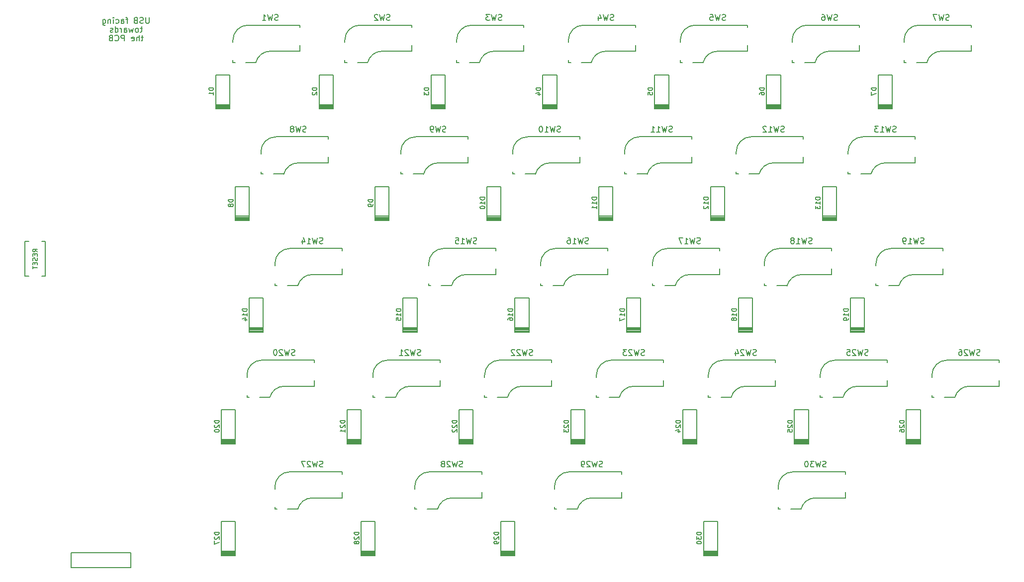
<source format=gbr>
%TF.GenerationSoftware,KiCad,Pcbnew,(5.1.7)-1*%
%TF.CreationDate,2021-06-20T13:46:17+02:00*%
%TF.ProjectId,Split65Left,53706c69-7436-4354-9c65-66742e6b6963,rev?*%
%TF.SameCoordinates,Original*%
%TF.FileFunction,Legend,Bot*%
%TF.FilePolarity,Positive*%
%FSLAX46Y46*%
G04 Gerber Fmt 4.6, Leading zero omitted, Abs format (unit mm)*
G04 Created by KiCad (PCBNEW (5.1.7)-1) date 2021-06-20 13:46:17*
%MOMM*%
%LPD*%
G01*
G04 APERTURE LIST*
%ADD10C,0.150000*%
%ADD11C,0.200000*%
G04 APERTURE END LIST*
D10*
%TO.C,SW30*%
X158636000Y-127664000D02*
X158636000Y-128045000D01*
X170066000Y-125124000D02*
X170066000Y-126140000D01*
X170066000Y-126140000D02*
X164986000Y-126140000D01*
X162521838Y-128045000D02*
X160795000Y-128045000D01*
X159017000Y-128045000D02*
X158636000Y-128045000D01*
X158636000Y-124235000D02*
X158636000Y-124616000D01*
X161176000Y-121695000D02*
X170066000Y-121695000D01*
X170066000Y-121695000D02*
X170066000Y-122076000D01*
X162521838Y-128063960D02*
G75*
G02*
X164986000Y-126140000I2464162J-616040D01*
G01*
X158636000Y-124235000D02*
G75*
G02*
X161176000Y-121695000I2540000J0D01*
G01*
%TO.C,SW29*%
X120556000Y-127668000D02*
X120556000Y-128049000D01*
X131986000Y-125128000D02*
X131986000Y-126144000D01*
X131986000Y-126144000D02*
X126906000Y-126144000D01*
X124441838Y-128049000D02*
X122715000Y-128049000D01*
X120937000Y-128049000D02*
X120556000Y-128049000D01*
X120556000Y-124239000D02*
X120556000Y-124620000D01*
X123096000Y-121699000D02*
X131986000Y-121699000D01*
X131986000Y-121699000D02*
X131986000Y-122080000D01*
X124441838Y-128067960D02*
G75*
G02*
X126906000Y-126144000I2464162J-616040D01*
G01*
X120556000Y-124239000D02*
G75*
G02*
X123096000Y-121699000I2540000J0D01*
G01*
%TO.C,SW28*%
X96762000Y-127668000D02*
X96762000Y-128049000D01*
X108192000Y-125128000D02*
X108192000Y-126144000D01*
X108192000Y-126144000D02*
X103112000Y-126144000D01*
X100647838Y-128049000D02*
X98921000Y-128049000D01*
X97143000Y-128049000D02*
X96762000Y-128049000D01*
X96762000Y-124239000D02*
X96762000Y-124620000D01*
X99302000Y-121699000D02*
X108192000Y-121699000D01*
X108192000Y-121699000D02*
X108192000Y-122080000D01*
X100647838Y-128067960D02*
G75*
G02*
X103112000Y-126144000I2464162J-616040D01*
G01*
X96762000Y-124239000D02*
G75*
G02*
X99302000Y-121699000I2540000J0D01*
G01*
%TO.C,SW27*%
X72962000Y-127668000D02*
X72962000Y-128049000D01*
X84392000Y-125128000D02*
X84392000Y-126144000D01*
X84392000Y-126144000D02*
X79312000Y-126144000D01*
X76847838Y-128049000D02*
X75121000Y-128049000D01*
X73343000Y-128049000D02*
X72962000Y-128049000D01*
X72962000Y-124239000D02*
X72962000Y-124620000D01*
X75502000Y-121699000D02*
X84392000Y-121699000D01*
X84392000Y-121699000D02*
X84392000Y-122080000D01*
X76847838Y-128067960D02*
G75*
G02*
X79312000Y-126144000I2464162J-616040D01*
G01*
X72962000Y-124239000D02*
G75*
G02*
X75502000Y-121699000I2540000J0D01*
G01*
%TO.C,SW26*%
X196252000Y-102659000D02*
X196252000Y-103040000D01*
X187362000Y-102659000D02*
X196252000Y-102659000D01*
X184822000Y-105199000D02*
X184822000Y-105580000D01*
X185203000Y-109009000D02*
X184822000Y-109009000D01*
X188707838Y-109009000D02*
X186981000Y-109009000D01*
X196252000Y-107104000D02*
X191172000Y-107104000D01*
X196252000Y-106088000D02*
X196252000Y-107104000D01*
X184822000Y-108628000D02*
X184822000Y-109009000D01*
X188707838Y-109027960D02*
G75*
G02*
X191172000Y-107104000I2464162J-616040D01*
G01*
X184822000Y-105199000D02*
G75*
G02*
X187362000Y-102659000I2540000J0D01*
G01*
%TO.C,SW25*%
X177212000Y-102659000D02*
X177212000Y-103040000D01*
X168322000Y-102659000D02*
X177212000Y-102659000D01*
X165782000Y-105199000D02*
X165782000Y-105580000D01*
X166163000Y-109009000D02*
X165782000Y-109009000D01*
X169667838Y-109009000D02*
X167941000Y-109009000D01*
X177212000Y-107104000D02*
X172132000Y-107104000D01*
X177212000Y-106088000D02*
X177212000Y-107104000D01*
X165782000Y-108628000D02*
X165782000Y-109009000D01*
X169667838Y-109027960D02*
G75*
G02*
X172132000Y-107104000I2464162J-616040D01*
G01*
X165782000Y-105199000D02*
G75*
G02*
X168322000Y-102659000I2540000J0D01*
G01*
%TO.C,SW24*%
X158172000Y-102659000D02*
X158172000Y-103040000D01*
X149282000Y-102659000D02*
X158172000Y-102659000D01*
X146742000Y-105199000D02*
X146742000Y-105580000D01*
X147123000Y-109009000D02*
X146742000Y-109009000D01*
X150627838Y-109009000D02*
X148901000Y-109009000D01*
X158172000Y-107104000D02*
X153092000Y-107104000D01*
X158172000Y-106088000D02*
X158172000Y-107104000D01*
X146742000Y-108628000D02*
X146742000Y-109009000D01*
X150627838Y-109027960D02*
G75*
G02*
X153092000Y-107104000I2464162J-616040D01*
G01*
X146742000Y-105199000D02*
G75*
G02*
X149282000Y-102659000I2540000J0D01*
G01*
%TO.C,SW23*%
X139132000Y-102659000D02*
X139132000Y-103040000D01*
X130242000Y-102659000D02*
X139132000Y-102659000D01*
X127702000Y-105199000D02*
X127702000Y-105580000D01*
X128083000Y-109009000D02*
X127702000Y-109009000D01*
X131587838Y-109009000D02*
X129861000Y-109009000D01*
X139132000Y-107104000D02*
X134052000Y-107104000D01*
X139132000Y-106088000D02*
X139132000Y-107104000D01*
X127702000Y-108628000D02*
X127702000Y-109009000D01*
X131587838Y-109027960D02*
G75*
G02*
X134052000Y-107104000I2464162J-616040D01*
G01*
X127702000Y-105199000D02*
G75*
G02*
X130242000Y-102659000I2540000J0D01*
G01*
%TO.C,SW22*%
X120092000Y-102659000D02*
X120092000Y-103040000D01*
X111202000Y-102659000D02*
X120092000Y-102659000D01*
X108662000Y-105199000D02*
X108662000Y-105580000D01*
X109043000Y-109009000D02*
X108662000Y-109009000D01*
X112547838Y-109009000D02*
X110821000Y-109009000D01*
X120092000Y-107104000D02*
X115012000Y-107104000D01*
X120092000Y-106088000D02*
X120092000Y-107104000D01*
X108662000Y-108628000D02*
X108662000Y-109009000D01*
X112547838Y-109027960D02*
G75*
G02*
X115012000Y-107104000I2464162J-616040D01*
G01*
X108662000Y-105199000D02*
G75*
G02*
X111202000Y-102659000I2540000J0D01*
G01*
%TO.C,SW21*%
X101052000Y-102659000D02*
X101052000Y-103040000D01*
X92162000Y-102659000D02*
X101052000Y-102659000D01*
X89622000Y-105199000D02*
X89622000Y-105580000D01*
X90003000Y-109009000D02*
X89622000Y-109009000D01*
X93507838Y-109009000D02*
X91781000Y-109009000D01*
X101052000Y-107104000D02*
X95972000Y-107104000D01*
X101052000Y-106088000D02*
X101052000Y-107104000D01*
X89622000Y-108628000D02*
X89622000Y-109009000D01*
X93507838Y-109027960D02*
G75*
G02*
X95972000Y-107104000I2464162J-616040D01*
G01*
X89622000Y-105199000D02*
G75*
G02*
X92162000Y-102659000I2540000J0D01*
G01*
%TO.C,SW20*%
X68202000Y-108628000D02*
X68202000Y-109009000D01*
X79632000Y-106088000D02*
X79632000Y-107104000D01*
X79632000Y-107104000D02*
X74552000Y-107104000D01*
X72087838Y-109009000D02*
X70361000Y-109009000D01*
X68583000Y-109009000D02*
X68202000Y-109009000D01*
X68202000Y-105199000D02*
X68202000Y-105580000D01*
X70742000Y-102659000D02*
X79632000Y-102659000D01*
X79632000Y-102659000D02*
X79632000Y-103040000D01*
X72087838Y-109027960D02*
G75*
G02*
X74552000Y-107104000I2464162J-616040D01*
G01*
X68202000Y-105199000D02*
G75*
G02*
X70742000Y-102659000I2540000J0D01*
G01*
%TO.C,SW19*%
X186732000Y-83619000D02*
X186732000Y-84000000D01*
X177842000Y-83619000D02*
X186732000Y-83619000D01*
X175302000Y-86159000D02*
X175302000Y-86540000D01*
X175683000Y-89969000D02*
X175302000Y-89969000D01*
X179187838Y-89969000D02*
X177461000Y-89969000D01*
X186732000Y-88064000D02*
X181652000Y-88064000D01*
X186732000Y-87048000D02*
X186732000Y-88064000D01*
X175302000Y-89588000D02*
X175302000Y-89969000D01*
X179187838Y-89987960D02*
G75*
G02*
X181652000Y-88064000I2464162J-616040D01*
G01*
X175302000Y-86159000D02*
G75*
G02*
X177842000Y-83619000I2540000J0D01*
G01*
%TO.C,SW18*%
X167692000Y-83619000D02*
X167692000Y-84000000D01*
X158802000Y-83619000D02*
X167692000Y-83619000D01*
X156262000Y-86159000D02*
X156262000Y-86540000D01*
X156643000Y-89969000D02*
X156262000Y-89969000D01*
X160147838Y-89969000D02*
X158421000Y-89969000D01*
X167692000Y-88064000D02*
X162612000Y-88064000D01*
X167692000Y-87048000D02*
X167692000Y-88064000D01*
X156262000Y-89588000D02*
X156262000Y-89969000D01*
X160147838Y-89987960D02*
G75*
G02*
X162612000Y-88064000I2464162J-616040D01*
G01*
X156262000Y-86159000D02*
G75*
G02*
X158802000Y-83619000I2540000J0D01*
G01*
%TO.C,SW17*%
X148652000Y-83619000D02*
X148652000Y-84000000D01*
X139762000Y-83619000D02*
X148652000Y-83619000D01*
X137222000Y-86159000D02*
X137222000Y-86540000D01*
X137603000Y-89969000D02*
X137222000Y-89969000D01*
X141107838Y-89969000D02*
X139381000Y-89969000D01*
X148652000Y-88064000D02*
X143572000Y-88064000D01*
X148652000Y-87048000D02*
X148652000Y-88064000D01*
X137222000Y-89588000D02*
X137222000Y-89969000D01*
X141107838Y-89987960D02*
G75*
G02*
X143572000Y-88064000I2464162J-616040D01*
G01*
X137222000Y-86159000D02*
G75*
G02*
X139762000Y-83619000I2540000J0D01*
G01*
%TO.C,SW14*%
X84392000Y-83619000D02*
X84392000Y-84000000D01*
X75502000Y-83619000D02*
X84392000Y-83619000D01*
X72962000Y-86159000D02*
X72962000Y-86540000D01*
X73343000Y-89969000D02*
X72962000Y-89969000D01*
X76847838Y-89969000D02*
X75121000Y-89969000D01*
X84392000Y-88064000D02*
X79312000Y-88064000D01*
X84392000Y-87048000D02*
X84392000Y-88064000D01*
X72962000Y-89588000D02*
X72962000Y-89969000D01*
X76847838Y-89987960D02*
G75*
G02*
X79312000Y-88064000I2464162J-616040D01*
G01*
X72962000Y-86159000D02*
G75*
G02*
X75502000Y-83619000I2540000J0D01*
G01*
%TO.C,SW13*%
X181972000Y-64579000D02*
X181972000Y-64960000D01*
X173082000Y-64579000D02*
X181972000Y-64579000D01*
X170542000Y-67119000D02*
X170542000Y-67500000D01*
X170923000Y-70929000D02*
X170542000Y-70929000D01*
X174427838Y-70929000D02*
X172701000Y-70929000D01*
X181972000Y-69024000D02*
X176892000Y-69024000D01*
X181972000Y-68008000D02*
X181972000Y-69024000D01*
X170542000Y-70548000D02*
X170542000Y-70929000D01*
X174427838Y-70947960D02*
G75*
G02*
X176892000Y-69024000I2464162J-616040D01*
G01*
X170542000Y-67119000D02*
G75*
G02*
X173082000Y-64579000I2540000J0D01*
G01*
%TO.C,SW12*%
X162932000Y-64579000D02*
X162932000Y-64960000D01*
X154042000Y-64579000D02*
X162932000Y-64579000D01*
X151502000Y-67119000D02*
X151502000Y-67500000D01*
X151883000Y-70929000D02*
X151502000Y-70929000D01*
X155387838Y-70929000D02*
X153661000Y-70929000D01*
X162932000Y-69024000D02*
X157852000Y-69024000D01*
X162932000Y-68008000D02*
X162932000Y-69024000D01*
X151502000Y-70548000D02*
X151502000Y-70929000D01*
X155387838Y-70947960D02*
G75*
G02*
X157852000Y-69024000I2464162J-616040D01*
G01*
X151502000Y-67119000D02*
G75*
G02*
X154042000Y-64579000I2540000J0D01*
G01*
%TO.C,SW7*%
X191492000Y-45539000D02*
X191492000Y-45920000D01*
X182602000Y-45539000D02*
X191492000Y-45539000D01*
X180062000Y-48079000D02*
X180062000Y-48460000D01*
X180443000Y-51889000D02*
X180062000Y-51889000D01*
X183947838Y-51889000D02*
X182221000Y-51889000D01*
X191492000Y-49984000D02*
X186412000Y-49984000D01*
X191492000Y-48968000D02*
X191492000Y-49984000D01*
X180062000Y-51508000D02*
X180062000Y-51889000D01*
X183947838Y-51907960D02*
G75*
G02*
X186412000Y-49984000I2464162J-616040D01*
G01*
X180062000Y-48079000D02*
G75*
G02*
X182602000Y-45539000I2540000J0D01*
G01*
%TO.C,SW11*%
X143892000Y-64579000D02*
X143892000Y-64960000D01*
X135002000Y-64579000D02*
X143892000Y-64579000D01*
X132462000Y-67119000D02*
X132462000Y-67500000D01*
X132843000Y-70929000D02*
X132462000Y-70929000D01*
X136347838Y-70929000D02*
X134621000Y-70929000D01*
X143892000Y-69024000D02*
X138812000Y-69024000D01*
X143892000Y-68008000D02*
X143892000Y-69024000D01*
X132462000Y-70548000D02*
X132462000Y-70929000D01*
X136347838Y-70947960D02*
G75*
G02*
X138812000Y-69024000I2464162J-616040D01*
G01*
X132462000Y-67119000D02*
G75*
G02*
X135002000Y-64579000I2540000J0D01*
G01*
%TO.C,SW10*%
X124852000Y-64579000D02*
X124852000Y-64960000D01*
X115962000Y-64579000D02*
X124852000Y-64579000D01*
X113422000Y-67119000D02*
X113422000Y-67500000D01*
X113803000Y-70929000D02*
X113422000Y-70929000D01*
X117307838Y-70929000D02*
X115581000Y-70929000D01*
X124852000Y-69024000D02*
X119772000Y-69024000D01*
X124852000Y-68008000D02*
X124852000Y-69024000D01*
X113422000Y-70548000D02*
X113422000Y-70929000D01*
X117307838Y-70947960D02*
G75*
G02*
X119772000Y-69024000I2464162J-616040D01*
G01*
X113422000Y-67119000D02*
G75*
G02*
X115962000Y-64579000I2540000J0D01*
G01*
%TO.C,SW9*%
X105812000Y-64579000D02*
X105812000Y-64960000D01*
X96922000Y-64579000D02*
X105812000Y-64579000D01*
X94382000Y-67119000D02*
X94382000Y-67500000D01*
X94763000Y-70929000D02*
X94382000Y-70929000D01*
X98267838Y-70929000D02*
X96541000Y-70929000D01*
X105812000Y-69024000D02*
X100732000Y-69024000D01*
X105812000Y-68008000D02*
X105812000Y-69024000D01*
X94382000Y-70548000D02*
X94382000Y-70929000D01*
X98267838Y-70947960D02*
G75*
G02*
X100732000Y-69024000I2464162J-616040D01*
G01*
X94382000Y-67119000D02*
G75*
G02*
X96922000Y-64579000I2540000J0D01*
G01*
%TO.C,SW16*%
X129612000Y-83619000D02*
X129612000Y-84000000D01*
X120722000Y-83619000D02*
X129612000Y-83619000D01*
X118182000Y-86159000D02*
X118182000Y-86540000D01*
X118563000Y-89969000D02*
X118182000Y-89969000D01*
X122067838Y-89969000D02*
X120341000Y-89969000D01*
X129612000Y-88064000D02*
X124532000Y-88064000D01*
X129612000Y-87048000D02*
X129612000Y-88064000D01*
X118182000Y-89588000D02*
X118182000Y-89969000D01*
X122067838Y-89987960D02*
G75*
G02*
X124532000Y-88064000I2464162J-616040D01*
G01*
X118182000Y-86159000D02*
G75*
G02*
X120722000Y-83619000I2540000J0D01*
G01*
%TO.C,SW15*%
X110572000Y-83619000D02*
X110572000Y-84000000D01*
X101682000Y-83619000D02*
X110572000Y-83619000D01*
X99142000Y-86159000D02*
X99142000Y-86540000D01*
X99523000Y-89969000D02*
X99142000Y-89969000D01*
X103027838Y-89969000D02*
X101301000Y-89969000D01*
X110572000Y-88064000D02*
X105492000Y-88064000D01*
X110572000Y-87048000D02*
X110572000Y-88064000D01*
X99142000Y-89588000D02*
X99142000Y-89969000D01*
X103027838Y-89987960D02*
G75*
G02*
X105492000Y-88064000I2464162J-616040D01*
G01*
X99142000Y-86159000D02*
G75*
G02*
X101682000Y-83619000I2540000J0D01*
G01*
%TO.C,SW8*%
X70582000Y-70548000D02*
X70582000Y-70929000D01*
X82012000Y-68008000D02*
X82012000Y-69024000D01*
X82012000Y-69024000D02*
X76932000Y-69024000D01*
X74467838Y-70929000D02*
X72741000Y-70929000D01*
X70963000Y-70929000D02*
X70582000Y-70929000D01*
X70582000Y-67119000D02*
X70582000Y-67500000D01*
X73122000Y-64579000D02*
X82012000Y-64579000D01*
X82012000Y-64579000D02*
X82012000Y-64960000D01*
X74467838Y-70947960D02*
G75*
G02*
X76932000Y-69024000I2464162J-616040D01*
G01*
X70582000Y-67119000D02*
G75*
G02*
X73122000Y-64579000I2540000J0D01*
G01*
%TO.C,SW6*%
X172452000Y-45539000D02*
X172452000Y-45920000D01*
X163562000Y-45539000D02*
X172452000Y-45539000D01*
X161022000Y-48079000D02*
X161022000Y-48460000D01*
X161403000Y-51889000D02*
X161022000Y-51889000D01*
X164907838Y-51889000D02*
X163181000Y-51889000D01*
X172452000Y-49984000D02*
X167372000Y-49984000D01*
X172452000Y-48968000D02*
X172452000Y-49984000D01*
X161022000Y-51508000D02*
X161022000Y-51889000D01*
X164907838Y-51907960D02*
G75*
G02*
X167372000Y-49984000I2464162J-616040D01*
G01*
X161022000Y-48079000D02*
G75*
G02*
X163562000Y-45539000I2540000J0D01*
G01*
%TO.C,SW5*%
X153412000Y-45539000D02*
X153412000Y-45920000D01*
X144522000Y-45539000D02*
X153412000Y-45539000D01*
X141982000Y-48079000D02*
X141982000Y-48460000D01*
X142363000Y-51889000D02*
X141982000Y-51889000D01*
X145867838Y-51889000D02*
X144141000Y-51889000D01*
X153412000Y-49984000D02*
X148332000Y-49984000D01*
X153412000Y-48968000D02*
X153412000Y-49984000D01*
X141982000Y-51508000D02*
X141982000Y-51889000D01*
X145867838Y-51907960D02*
G75*
G02*
X148332000Y-49984000I2464162J-616040D01*
G01*
X141982000Y-48079000D02*
G75*
G02*
X144522000Y-45539000I2540000J0D01*
G01*
%TO.C,SW4*%
X134372000Y-45539000D02*
X134372000Y-45920000D01*
X125482000Y-45539000D02*
X134372000Y-45539000D01*
X122942000Y-48079000D02*
X122942000Y-48460000D01*
X123323000Y-51889000D02*
X122942000Y-51889000D01*
X126827838Y-51889000D02*
X125101000Y-51889000D01*
X134372000Y-49984000D02*
X129292000Y-49984000D01*
X134372000Y-48968000D02*
X134372000Y-49984000D01*
X122942000Y-51508000D02*
X122942000Y-51889000D01*
X126827838Y-51907960D02*
G75*
G02*
X129292000Y-49984000I2464162J-616040D01*
G01*
X122942000Y-48079000D02*
G75*
G02*
X125482000Y-45539000I2540000J0D01*
G01*
%TO.C,SW3*%
X115332000Y-45539000D02*
X115332000Y-45920000D01*
X106442000Y-45539000D02*
X115332000Y-45539000D01*
X103902000Y-48079000D02*
X103902000Y-48460000D01*
X104283000Y-51889000D02*
X103902000Y-51889000D01*
X107787838Y-51889000D02*
X106061000Y-51889000D01*
X115332000Y-49984000D02*
X110252000Y-49984000D01*
X115332000Y-48968000D02*
X115332000Y-49984000D01*
X103902000Y-51508000D02*
X103902000Y-51889000D01*
X107787838Y-51907960D02*
G75*
G02*
X110252000Y-49984000I2464162J-616040D01*
G01*
X103902000Y-48079000D02*
G75*
G02*
X106442000Y-45539000I2540000J0D01*
G01*
%TO.C,SW2*%
X96292000Y-45539000D02*
X96292000Y-45920000D01*
X87402000Y-45539000D02*
X96292000Y-45539000D01*
X84862000Y-48079000D02*
X84862000Y-48460000D01*
X85243000Y-51889000D02*
X84862000Y-51889000D01*
X88747838Y-51889000D02*
X87021000Y-51889000D01*
X96292000Y-49984000D02*
X91212000Y-49984000D01*
X96292000Y-48968000D02*
X96292000Y-49984000D01*
X84862000Y-51508000D02*
X84862000Y-51889000D01*
X88747838Y-51907960D02*
G75*
G02*
X91212000Y-49984000I2464162J-616040D01*
G01*
X84862000Y-48079000D02*
G75*
G02*
X87402000Y-45539000I2540000J0D01*
G01*
%TO.C,SW1*%
X77252000Y-45539000D02*
X77252000Y-45920000D01*
X68362000Y-45539000D02*
X77252000Y-45539000D01*
X65822000Y-48079000D02*
X65822000Y-48460000D01*
X66203000Y-51889000D02*
X65822000Y-51889000D01*
X69707838Y-51889000D02*
X67981000Y-51889000D01*
X77252000Y-49984000D02*
X72172000Y-49984000D01*
X77252000Y-48968000D02*
X77252000Y-49984000D01*
X65822000Y-51508000D02*
X65822000Y-51889000D01*
X69707838Y-51907960D02*
G75*
G02*
X72172000Y-49984000I2464162J-616040D01*
G01*
X65822000Y-48079000D02*
G75*
G02*
X68362000Y-45539000I2540000J0D01*
G01*
D11*
%TO.C,D1*%
X65280000Y-59083000D02*
X62880000Y-59083000D01*
X65280000Y-59258000D02*
X62880000Y-59258000D01*
X65280000Y-59433000D02*
X62880000Y-59433000D01*
X62880000Y-59833000D02*
X65280000Y-59833000D01*
X65280000Y-59608000D02*
X62880000Y-59608000D01*
X65280000Y-59733000D02*
X62880000Y-59733000D01*
X65280000Y-59808000D02*
X65280000Y-54008000D01*
X65280000Y-54008000D02*
X62880000Y-54008000D01*
X62880000Y-54008000D02*
X62880000Y-59808000D01*
%TO.C,D2*%
X82892000Y-59083000D02*
X80492000Y-59083000D01*
X82892000Y-59258000D02*
X80492000Y-59258000D01*
X82892000Y-59433000D02*
X80492000Y-59433000D01*
X80492000Y-59833000D02*
X82892000Y-59833000D01*
X82892000Y-59608000D02*
X80492000Y-59608000D01*
X82892000Y-59733000D02*
X80492000Y-59733000D01*
X82892000Y-59808000D02*
X82892000Y-54008000D01*
X82892000Y-54008000D02*
X80492000Y-54008000D01*
X80492000Y-54008000D02*
X80492000Y-59808000D01*
%TO.C,D3*%
X101932000Y-59083000D02*
X99532000Y-59083000D01*
X101932000Y-59258000D02*
X99532000Y-59258000D01*
X101932000Y-59433000D02*
X99532000Y-59433000D01*
X99532000Y-59833000D02*
X101932000Y-59833000D01*
X101932000Y-59608000D02*
X99532000Y-59608000D01*
X101932000Y-59733000D02*
X99532000Y-59733000D01*
X101932000Y-59808000D02*
X101932000Y-54008000D01*
X101932000Y-54008000D02*
X99532000Y-54008000D01*
X99532000Y-54008000D02*
X99532000Y-59808000D01*
%TO.C,D4*%
X120972000Y-59083000D02*
X118572000Y-59083000D01*
X120972000Y-59258000D02*
X118572000Y-59258000D01*
X120972000Y-59433000D02*
X118572000Y-59433000D01*
X118572000Y-59833000D02*
X120972000Y-59833000D01*
X120972000Y-59608000D02*
X118572000Y-59608000D01*
X120972000Y-59733000D02*
X118572000Y-59733000D01*
X120972000Y-59808000D02*
X120972000Y-54008000D01*
X120972000Y-54008000D02*
X118572000Y-54008000D01*
X118572000Y-54008000D02*
X118572000Y-59808000D01*
%TO.C,D5*%
X140012000Y-59083000D02*
X137612000Y-59083000D01*
X140012000Y-59258000D02*
X137612000Y-59258000D01*
X140012000Y-59433000D02*
X137612000Y-59433000D01*
X137612000Y-59833000D02*
X140012000Y-59833000D01*
X140012000Y-59608000D02*
X137612000Y-59608000D01*
X140012000Y-59733000D02*
X137612000Y-59733000D01*
X140012000Y-59808000D02*
X140012000Y-54008000D01*
X140012000Y-54008000D02*
X137612000Y-54008000D01*
X137612000Y-54008000D02*
X137612000Y-59808000D01*
%TO.C,D6*%
X159052000Y-59083000D02*
X156652000Y-59083000D01*
X159052000Y-59258000D02*
X156652000Y-59258000D01*
X159052000Y-59433000D02*
X156652000Y-59433000D01*
X156652000Y-59833000D02*
X159052000Y-59833000D01*
X159052000Y-59608000D02*
X156652000Y-59608000D01*
X159052000Y-59733000D02*
X156652000Y-59733000D01*
X159052000Y-59808000D02*
X159052000Y-54008000D01*
X159052000Y-54008000D02*
X156652000Y-54008000D01*
X156652000Y-54008000D02*
X156652000Y-59808000D01*
%TO.C,D7*%
X178092000Y-59083000D02*
X175692000Y-59083000D01*
X178092000Y-59258000D02*
X175692000Y-59258000D01*
X178092000Y-59433000D02*
X175692000Y-59433000D01*
X175692000Y-59833000D02*
X178092000Y-59833000D01*
X178092000Y-59608000D02*
X175692000Y-59608000D01*
X178092000Y-59733000D02*
X175692000Y-59733000D01*
X178092000Y-59808000D02*
X178092000Y-54008000D01*
X178092000Y-54008000D02*
X175692000Y-54008000D01*
X175692000Y-54008000D02*
X175692000Y-59808000D01*
%TO.C,D8*%
X68612000Y-78123000D02*
X66212000Y-78123000D01*
X68612000Y-78298000D02*
X66212000Y-78298000D01*
X68612000Y-78473000D02*
X66212000Y-78473000D01*
X66212000Y-78873000D02*
X68612000Y-78873000D01*
X68612000Y-78648000D02*
X66212000Y-78648000D01*
X68612000Y-78773000D02*
X66212000Y-78773000D01*
X68612000Y-78848000D02*
X68612000Y-73048000D01*
X68612000Y-73048000D02*
X66212000Y-73048000D01*
X66212000Y-73048000D02*
X66212000Y-78848000D01*
%TO.C,D9*%
X92412000Y-78123000D02*
X90012000Y-78123000D01*
X92412000Y-78298000D02*
X90012000Y-78298000D01*
X92412000Y-78473000D02*
X90012000Y-78473000D01*
X90012000Y-78873000D02*
X92412000Y-78873000D01*
X92412000Y-78648000D02*
X90012000Y-78648000D01*
X92412000Y-78773000D02*
X90012000Y-78773000D01*
X92412000Y-78848000D02*
X92412000Y-73048000D01*
X92412000Y-73048000D02*
X90012000Y-73048000D01*
X90012000Y-73048000D02*
X90012000Y-78848000D01*
%TO.C,D10*%
X111452000Y-78123000D02*
X109052000Y-78123000D01*
X111452000Y-78298000D02*
X109052000Y-78298000D01*
X111452000Y-78473000D02*
X109052000Y-78473000D01*
X109052000Y-78873000D02*
X111452000Y-78873000D01*
X111452000Y-78648000D02*
X109052000Y-78648000D01*
X111452000Y-78773000D02*
X109052000Y-78773000D01*
X111452000Y-78848000D02*
X111452000Y-73048000D01*
X111452000Y-73048000D02*
X109052000Y-73048000D01*
X109052000Y-73048000D02*
X109052000Y-78848000D01*
%TO.C,D11*%
X130492000Y-78123000D02*
X128092000Y-78123000D01*
X130492000Y-78298000D02*
X128092000Y-78298000D01*
X130492000Y-78473000D02*
X128092000Y-78473000D01*
X128092000Y-78873000D02*
X130492000Y-78873000D01*
X130492000Y-78648000D02*
X128092000Y-78648000D01*
X130492000Y-78773000D02*
X128092000Y-78773000D01*
X130492000Y-78848000D02*
X130492000Y-73048000D01*
X130492000Y-73048000D02*
X128092000Y-73048000D01*
X128092000Y-73048000D02*
X128092000Y-78848000D01*
%TO.C,D12*%
X149532000Y-78123000D02*
X147132000Y-78123000D01*
X149532000Y-78298000D02*
X147132000Y-78298000D01*
X149532000Y-78473000D02*
X147132000Y-78473000D01*
X147132000Y-78873000D02*
X149532000Y-78873000D01*
X149532000Y-78648000D02*
X147132000Y-78648000D01*
X149532000Y-78773000D02*
X147132000Y-78773000D01*
X149532000Y-78848000D02*
X149532000Y-73048000D01*
X149532000Y-73048000D02*
X147132000Y-73048000D01*
X147132000Y-73048000D02*
X147132000Y-78848000D01*
%TO.C,D13*%
X168572000Y-78123000D02*
X166172000Y-78123000D01*
X168572000Y-78298000D02*
X166172000Y-78298000D01*
X168572000Y-78473000D02*
X166172000Y-78473000D01*
X166172000Y-78873000D02*
X168572000Y-78873000D01*
X168572000Y-78648000D02*
X166172000Y-78648000D01*
X168572000Y-78773000D02*
X166172000Y-78773000D01*
X168572000Y-78848000D02*
X168572000Y-73048000D01*
X168572000Y-73048000D02*
X166172000Y-73048000D01*
X166172000Y-73048000D02*
X166172000Y-78848000D01*
%TO.C,D14*%
X70992000Y-97163000D02*
X68592000Y-97163000D01*
X70992000Y-97338000D02*
X68592000Y-97338000D01*
X70992000Y-97513000D02*
X68592000Y-97513000D01*
X68592000Y-97913000D02*
X70992000Y-97913000D01*
X70992000Y-97688000D02*
X68592000Y-97688000D01*
X70992000Y-97813000D02*
X68592000Y-97813000D01*
X70992000Y-97888000D02*
X70992000Y-92088000D01*
X70992000Y-92088000D02*
X68592000Y-92088000D01*
X68592000Y-92088000D02*
X68592000Y-97888000D01*
%TO.C,D15*%
X97172000Y-97163000D02*
X94772000Y-97163000D01*
X97172000Y-97338000D02*
X94772000Y-97338000D01*
X97172000Y-97513000D02*
X94772000Y-97513000D01*
X94772000Y-97913000D02*
X97172000Y-97913000D01*
X97172000Y-97688000D02*
X94772000Y-97688000D01*
X97172000Y-97813000D02*
X94772000Y-97813000D01*
X97172000Y-97888000D02*
X97172000Y-92088000D01*
X97172000Y-92088000D02*
X94772000Y-92088000D01*
X94772000Y-92088000D02*
X94772000Y-97888000D01*
%TO.C,D16*%
X116212000Y-97163000D02*
X113812000Y-97163000D01*
X116212000Y-97338000D02*
X113812000Y-97338000D01*
X116212000Y-97513000D02*
X113812000Y-97513000D01*
X113812000Y-97913000D02*
X116212000Y-97913000D01*
X116212000Y-97688000D02*
X113812000Y-97688000D01*
X116212000Y-97813000D02*
X113812000Y-97813000D01*
X116212000Y-97888000D02*
X116212000Y-92088000D01*
X116212000Y-92088000D02*
X113812000Y-92088000D01*
X113812000Y-92088000D02*
X113812000Y-97888000D01*
%TO.C,D17*%
X135252000Y-97163000D02*
X132852000Y-97163000D01*
X135252000Y-97338000D02*
X132852000Y-97338000D01*
X135252000Y-97513000D02*
X132852000Y-97513000D01*
X132852000Y-97913000D02*
X135252000Y-97913000D01*
X135252000Y-97688000D02*
X132852000Y-97688000D01*
X135252000Y-97813000D02*
X132852000Y-97813000D01*
X135252000Y-97888000D02*
X135252000Y-92088000D01*
X135252000Y-92088000D02*
X132852000Y-92088000D01*
X132852000Y-92088000D02*
X132852000Y-97888000D01*
%TO.C,D18*%
X154292000Y-97163000D02*
X151892000Y-97163000D01*
X154292000Y-97338000D02*
X151892000Y-97338000D01*
X154292000Y-97513000D02*
X151892000Y-97513000D01*
X151892000Y-97913000D02*
X154292000Y-97913000D01*
X154292000Y-97688000D02*
X151892000Y-97688000D01*
X154292000Y-97813000D02*
X151892000Y-97813000D01*
X154292000Y-97888000D02*
X154292000Y-92088000D01*
X154292000Y-92088000D02*
X151892000Y-92088000D01*
X151892000Y-92088000D02*
X151892000Y-97888000D01*
%TO.C,D19*%
X173332000Y-97163000D02*
X170932000Y-97163000D01*
X173332000Y-97338000D02*
X170932000Y-97338000D01*
X173332000Y-97513000D02*
X170932000Y-97513000D01*
X170932000Y-97913000D02*
X173332000Y-97913000D01*
X173332000Y-97688000D02*
X170932000Y-97688000D01*
X173332000Y-97813000D02*
X170932000Y-97813000D01*
X173332000Y-97888000D02*
X173332000Y-92088000D01*
X173332000Y-92088000D02*
X170932000Y-92088000D01*
X170932000Y-92088000D02*
X170932000Y-97888000D01*
%TO.C,D20*%
X66232000Y-116203000D02*
X63832000Y-116203000D01*
X66232000Y-116378000D02*
X63832000Y-116378000D01*
X66232000Y-116553000D02*
X63832000Y-116553000D01*
X63832000Y-116953000D02*
X66232000Y-116953000D01*
X66232000Y-116728000D02*
X63832000Y-116728000D01*
X66232000Y-116853000D02*
X63832000Y-116853000D01*
X66232000Y-116928000D02*
X66232000Y-111128000D01*
X66232000Y-111128000D02*
X63832000Y-111128000D01*
X63832000Y-111128000D02*
X63832000Y-116928000D01*
%TO.C,D21*%
X87652000Y-116203000D02*
X85252000Y-116203000D01*
X87652000Y-116378000D02*
X85252000Y-116378000D01*
X87652000Y-116553000D02*
X85252000Y-116553000D01*
X85252000Y-116953000D02*
X87652000Y-116953000D01*
X87652000Y-116728000D02*
X85252000Y-116728000D01*
X87652000Y-116853000D02*
X85252000Y-116853000D01*
X87652000Y-116928000D02*
X87652000Y-111128000D01*
X87652000Y-111128000D02*
X85252000Y-111128000D01*
X85252000Y-111128000D02*
X85252000Y-116928000D01*
%TO.C,D22*%
X106692000Y-116203000D02*
X104292000Y-116203000D01*
X106692000Y-116378000D02*
X104292000Y-116378000D01*
X106692000Y-116553000D02*
X104292000Y-116553000D01*
X104292000Y-116953000D02*
X106692000Y-116953000D01*
X106692000Y-116728000D02*
X104292000Y-116728000D01*
X106692000Y-116853000D02*
X104292000Y-116853000D01*
X106692000Y-116928000D02*
X106692000Y-111128000D01*
X106692000Y-111128000D02*
X104292000Y-111128000D01*
X104292000Y-111128000D02*
X104292000Y-116928000D01*
%TO.C,D23*%
X125732000Y-116203000D02*
X123332000Y-116203000D01*
X125732000Y-116378000D02*
X123332000Y-116378000D01*
X125732000Y-116553000D02*
X123332000Y-116553000D01*
X123332000Y-116953000D02*
X125732000Y-116953000D01*
X125732000Y-116728000D02*
X123332000Y-116728000D01*
X125732000Y-116853000D02*
X123332000Y-116853000D01*
X125732000Y-116928000D02*
X125732000Y-111128000D01*
X125732000Y-111128000D02*
X123332000Y-111128000D01*
X123332000Y-111128000D02*
X123332000Y-116928000D01*
%TO.C,D24*%
X144772000Y-116203000D02*
X142372000Y-116203000D01*
X144772000Y-116378000D02*
X142372000Y-116378000D01*
X144772000Y-116553000D02*
X142372000Y-116553000D01*
X142372000Y-116953000D02*
X144772000Y-116953000D01*
X144772000Y-116728000D02*
X142372000Y-116728000D01*
X144772000Y-116853000D02*
X142372000Y-116853000D01*
X144772000Y-116928000D02*
X144772000Y-111128000D01*
X144772000Y-111128000D02*
X142372000Y-111128000D01*
X142372000Y-111128000D02*
X142372000Y-116928000D01*
%TO.C,D25*%
X163812000Y-116203000D02*
X161412000Y-116203000D01*
X163812000Y-116378000D02*
X161412000Y-116378000D01*
X163812000Y-116553000D02*
X161412000Y-116553000D01*
X161412000Y-116953000D02*
X163812000Y-116953000D01*
X163812000Y-116728000D02*
X161412000Y-116728000D01*
X163812000Y-116853000D02*
X161412000Y-116853000D01*
X163812000Y-116928000D02*
X163812000Y-111128000D01*
X163812000Y-111128000D02*
X161412000Y-111128000D01*
X161412000Y-111128000D02*
X161412000Y-116928000D01*
%TO.C,D26*%
X182852000Y-116203000D02*
X180452000Y-116203000D01*
X182852000Y-116378000D02*
X180452000Y-116378000D01*
X182852000Y-116553000D02*
X180452000Y-116553000D01*
X180452000Y-116953000D02*
X182852000Y-116953000D01*
X182852000Y-116728000D02*
X180452000Y-116728000D01*
X182852000Y-116853000D02*
X180452000Y-116853000D01*
X182852000Y-116928000D02*
X182852000Y-111128000D01*
X182852000Y-111128000D02*
X180452000Y-111128000D01*
X180452000Y-111128000D02*
X180452000Y-116928000D01*
%TO.C,D27*%
X66232000Y-135243000D02*
X63832000Y-135243000D01*
X66232000Y-135418000D02*
X63832000Y-135418000D01*
X66232000Y-135593000D02*
X63832000Y-135593000D01*
X63832000Y-135993000D02*
X66232000Y-135993000D01*
X66232000Y-135768000D02*
X63832000Y-135768000D01*
X66232000Y-135893000D02*
X63832000Y-135893000D01*
X66232000Y-135968000D02*
X66232000Y-130168000D01*
X66232000Y-130168000D02*
X63832000Y-130168000D01*
X63832000Y-130168000D02*
X63832000Y-135968000D01*
%TO.C,D28*%
X90032000Y-135243000D02*
X87632000Y-135243000D01*
X90032000Y-135418000D02*
X87632000Y-135418000D01*
X90032000Y-135593000D02*
X87632000Y-135593000D01*
X87632000Y-135993000D02*
X90032000Y-135993000D01*
X90032000Y-135768000D02*
X87632000Y-135768000D01*
X90032000Y-135893000D02*
X87632000Y-135893000D01*
X90032000Y-135968000D02*
X90032000Y-130168000D01*
X90032000Y-130168000D02*
X87632000Y-130168000D01*
X87632000Y-130168000D02*
X87632000Y-135968000D01*
%TO.C,D29*%
X113832000Y-135243000D02*
X111432000Y-135243000D01*
X113832000Y-135418000D02*
X111432000Y-135418000D01*
X113832000Y-135593000D02*
X111432000Y-135593000D01*
X111432000Y-135993000D02*
X113832000Y-135993000D01*
X113832000Y-135768000D02*
X111432000Y-135768000D01*
X113832000Y-135893000D02*
X111432000Y-135893000D01*
X113832000Y-135968000D02*
X113832000Y-130168000D01*
X113832000Y-130168000D02*
X111432000Y-130168000D01*
X111432000Y-130168000D02*
X111432000Y-135968000D01*
%TO.C,D30*%
X148336000Y-135239000D02*
X145936000Y-135239000D01*
X148336000Y-135414000D02*
X145936000Y-135414000D01*
X148336000Y-135589000D02*
X145936000Y-135589000D01*
X145936000Y-135989000D02*
X148336000Y-135989000D01*
X148336000Y-135764000D02*
X145936000Y-135764000D01*
X148336000Y-135889000D02*
X145936000Y-135889000D01*
X148336000Y-135964000D02*
X148336000Y-130164000D01*
X148336000Y-130164000D02*
X145936000Y-130164000D01*
X145936000Y-130164000D02*
X145936000Y-135964000D01*
D10*
%TO.C,J2*%
X38296000Y-135506000D02*
X48456000Y-135506000D01*
X48456000Y-135506000D02*
X48456000Y-138046000D01*
X48456000Y-138046000D02*
X38296000Y-138046000D01*
X38296000Y-138046000D02*
X38296000Y-135506000D01*
%TO.C,SW31*%
X30388000Y-88368000D02*
X30388000Y-82468000D01*
X30388000Y-88368000D02*
X30388000Y-82368000D01*
X33888000Y-82368000D02*
X33888000Y-88368000D01*
X30388000Y-82368000D02*
X31088000Y-82368000D01*
X33888000Y-82368000D02*
X33288000Y-82368000D01*
X33888000Y-88368000D02*
X33288000Y-88368000D01*
X30388000Y-88368000D02*
X31088000Y-88368000D01*
%TO.C,SW30*%
X166795523Y-120829761D02*
X166652666Y-120877380D01*
X166414571Y-120877380D01*
X166319333Y-120829761D01*
X166271714Y-120782142D01*
X166224095Y-120686904D01*
X166224095Y-120591666D01*
X166271714Y-120496428D01*
X166319333Y-120448809D01*
X166414571Y-120401190D01*
X166605047Y-120353571D01*
X166700285Y-120305952D01*
X166747904Y-120258333D01*
X166795523Y-120163095D01*
X166795523Y-120067857D01*
X166747904Y-119972619D01*
X166700285Y-119925000D01*
X166605047Y-119877380D01*
X166366952Y-119877380D01*
X166224095Y-119925000D01*
X165890761Y-119877380D02*
X165652666Y-120877380D01*
X165462190Y-120163095D01*
X165271714Y-120877380D01*
X165033619Y-119877380D01*
X164747904Y-119877380D02*
X164128857Y-119877380D01*
X164462190Y-120258333D01*
X164319333Y-120258333D01*
X164224095Y-120305952D01*
X164176476Y-120353571D01*
X164128857Y-120448809D01*
X164128857Y-120686904D01*
X164176476Y-120782142D01*
X164224095Y-120829761D01*
X164319333Y-120877380D01*
X164605047Y-120877380D01*
X164700285Y-120829761D01*
X164747904Y-120782142D01*
X163509809Y-119877380D02*
X163414571Y-119877380D01*
X163319333Y-119925000D01*
X163271714Y-119972619D01*
X163224095Y-120067857D01*
X163176476Y-120258333D01*
X163176476Y-120496428D01*
X163224095Y-120686904D01*
X163271714Y-120782142D01*
X163319333Y-120829761D01*
X163414571Y-120877380D01*
X163509809Y-120877380D01*
X163605047Y-120829761D01*
X163652666Y-120782142D01*
X163700285Y-120686904D01*
X163747904Y-120496428D01*
X163747904Y-120258333D01*
X163700285Y-120067857D01*
X163652666Y-119972619D01*
X163605047Y-119925000D01*
X163509809Y-119877380D01*
%TO.C,SW29*%
X128715523Y-120833761D02*
X128572666Y-120881380D01*
X128334571Y-120881380D01*
X128239333Y-120833761D01*
X128191714Y-120786142D01*
X128144095Y-120690904D01*
X128144095Y-120595666D01*
X128191714Y-120500428D01*
X128239333Y-120452809D01*
X128334571Y-120405190D01*
X128525047Y-120357571D01*
X128620285Y-120309952D01*
X128667904Y-120262333D01*
X128715523Y-120167095D01*
X128715523Y-120071857D01*
X128667904Y-119976619D01*
X128620285Y-119929000D01*
X128525047Y-119881380D01*
X128286952Y-119881380D01*
X128144095Y-119929000D01*
X127810761Y-119881380D02*
X127572666Y-120881380D01*
X127382190Y-120167095D01*
X127191714Y-120881380D01*
X126953619Y-119881380D01*
X126620285Y-119976619D02*
X126572666Y-119929000D01*
X126477428Y-119881380D01*
X126239333Y-119881380D01*
X126144095Y-119929000D01*
X126096476Y-119976619D01*
X126048857Y-120071857D01*
X126048857Y-120167095D01*
X126096476Y-120309952D01*
X126667904Y-120881380D01*
X126048857Y-120881380D01*
X125572666Y-120881380D02*
X125382190Y-120881380D01*
X125286952Y-120833761D01*
X125239333Y-120786142D01*
X125144095Y-120643285D01*
X125096476Y-120452809D01*
X125096476Y-120071857D01*
X125144095Y-119976619D01*
X125191714Y-119929000D01*
X125286952Y-119881380D01*
X125477428Y-119881380D01*
X125572666Y-119929000D01*
X125620285Y-119976619D01*
X125667904Y-120071857D01*
X125667904Y-120309952D01*
X125620285Y-120405190D01*
X125572666Y-120452809D01*
X125477428Y-120500428D01*
X125286952Y-120500428D01*
X125191714Y-120452809D01*
X125144095Y-120405190D01*
X125096476Y-120309952D01*
%TO.C,SW28*%
X104921523Y-120833761D02*
X104778666Y-120881380D01*
X104540571Y-120881380D01*
X104445333Y-120833761D01*
X104397714Y-120786142D01*
X104350095Y-120690904D01*
X104350095Y-120595666D01*
X104397714Y-120500428D01*
X104445333Y-120452809D01*
X104540571Y-120405190D01*
X104731047Y-120357571D01*
X104826285Y-120309952D01*
X104873904Y-120262333D01*
X104921523Y-120167095D01*
X104921523Y-120071857D01*
X104873904Y-119976619D01*
X104826285Y-119929000D01*
X104731047Y-119881380D01*
X104492952Y-119881380D01*
X104350095Y-119929000D01*
X104016761Y-119881380D02*
X103778666Y-120881380D01*
X103588190Y-120167095D01*
X103397714Y-120881380D01*
X103159619Y-119881380D01*
X102826285Y-119976619D02*
X102778666Y-119929000D01*
X102683428Y-119881380D01*
X102445333Y-119881380D01*
X102350095Y-119929000D01*
X102302476Y-119976619D01*
X102254857Y-120071857D01*
X102254857Y-120167095D01*
X102302476Y-120309952D01*
X102873904Y-120881380D01*
X102254857Y-120881380D01*
X101683428Y-120309952D02*
X101778666Y-120262333D01*
X101826285Y-120214714D01*
X101873904Y-120119476D01*
X101873904Y-120071857D01*
X101826285Y-119976619D01*
X101778666Y-119929000D01*
X101683428Y-119881380D01*
X101492952Y-119881380D01*
X101397714Y-119929000D01*
X101350095Y-119976619D01*
X101302476Y-120071857D01*
X101302476Y-120119476D01*
X101350095Y-120214714D01*
X101397714Y-120262333D01*
X101492952Y-120309952D01*
X101683428Y-120309952D01*
X101778666Y-120357571D01*
X101826285Y-120405190D01*
X101873904Y-120500428D01*
X101873904Y-120690904D01*
X101826285Y-120786142D01*
X101778666Y-120833761D01*
X101683428Y-120881380D01*
X101492952Y-120881380D01*
X101397714Y-120833761D01*
X101350095Y-120786142D01*
X101302476Y-120690904D01*
X101302476Y-120500428D01*
X101350095Y-120405190D01*
X101397714Y-120357571D01*
X101492952Y-120309952D01*
%TO.C,SW27*%
X81121523Y-120833761D02*
X80978666Y-120881380D01*
X80740571Y-120881380D01*
X80645333Y-120833761D01*
X80597714Y-120786142D01*
X80550095Y-120690904D01*
X80550095Y-120595666D01*
X80597714Y-120500428D01*
X80645333Y-120452809D01*
X80740571Y-120405190D01*
X80931047Y-120357571D01*
X81026285Y-120309952D01*
X81073904Y-120262333D01*
X81121523Y-120167095D01*
X81121523Y-120071857D01*
X81073904Y-119976619D01*
X81026285Y-119929000D01*
X80931047Y-119881380D01*
X80692952Y-119881380D01*
X80550095Y-119929000D01*
X80216761Y-119881380D02*
X79978666Y-120881380D01*
X79788190Y-120167095D01*
X79597714Y-120881380D01*
X79359619Y-119881380D01*
X79026285Y-119976619D02*
X78978666Y-119929000D01*
X78883428Y-119881380D01*
X78645333Y-119881380D01*
X78550095Y-119929000D01*
X78502476Y-119976619D01*
X78454857Y-120071857D01*
X78454857Y-120167095D01*
X78502476Y-120309952D01*
X79073904Y-120881380D01*
X78454857Y-120881380D01*
X78121523Y-119881380D02*
X77454857Y-119881380D01*
X77883428Y-120881380D01*
%TO.C,SW26*%
X192981523Y-101793761D02*
X192838666Y-101841380D01*
X192600571Y-101841380D01*
X192505333Y-101793761D01*
X192457714Y-101746142D01*
X192410095Y-101650904D01*
X192410095Y-101555666D01*
X192457714Y-101460428D01*
X192505333Y-101412809D01*
X192600571Y-101365190D01*
X192791047Y-101317571D01*
X192886285Y-101269952D01*
X192933904Y-101222333D01*
X192981523Y-101127095D01*
X192981523Y-101031857D01*
X192933904Y-100936619D01*
X192886285Y-100889000D01*
X192791047Y-100841380D01*
X192552952Y-100841380D01*
X192410095Y-100889000D01*
X192076761Y-100841380D02*
X191838666Y-101841380D01*
X191648190Y-101127095D01*
X191457714Y-101841380D01*
X191219619Y-100841380D01*
X190886285Y-100936619D02*
X190838666Y-100889000D01*
X190743428Y-100841380D01*
X190505333Y-100841380D01*
X190410095Y-100889000D01*
X190362476Y-100936619D01*
X190314857Y-101031857D01*
X190314857Y-101127095D01*
X190362476Y-101269952D01*
X190933904Y-101841380D01*
X190314857Y-101841380D01*
X189457714Y-100841380D02*
X189648190Y-100841380D01*
X189743428Y-100889000D01*
X189791047Y-100936619D01*
X189886285Y-101079476D01*
X189933904Y-101269952D01*
X189933904Y-101650904D01*
X189886285Y-101746142D01*
X189838666Y-101793761D01*
X189743428Y-101841380D01*
X189552952Y-101841380D01*
X189457714Y-101793761D01*
X189410095Y-101746142D01*
X189362476Y-101650904D01*
X189362476Y-101412809D01*
X189410095Y-101317571D01*
X189457714Y-101269952D01*
X189552952Y-101222333D01*
X189743428Y-101222333D01*
X189838666Y-101269952D01*
X189886285Y-101317571D01*
X189933904Y-101412809D01*
%TO.C,SW25*%
X173941523Y-101793761D02*
X173798666Y-101841380D01*
X173560571Y-101841380D01*
X173465333Y-101793761D01*
X173417714Y-101746142D01*
X173370095Y-101650904D01*
X173370095Y-101555666D01*
X173417714Y-101460428D01*
X173465333Y-101412809D01*
X173560571Y-101365190D01*
X173751047Y-101317571D01*
X173846285Y-101269952D01*
X173893904Y-101222333D01*
X173941523Y-101127095D01*
X173941523Y-101031857D01*
X173893904Y-100936619D01*
X173846285Y-100889000D01*
X173751047Y-100841380D01*
X173512952Y-100841380D01*
X173370095Y-100889000D01*
X173036761Y-100841380D02*
X172798666Y-101841380D01*
X172608190Y-101127095D01*
X172417714Y-101841380D01*
X172179619Y-100841380D01*
X171846285Y-100936619D02*
X171798666Y-100889000D01*
X171703428Y-100841380D01*
X171465333Y-100841380D01*
X171370095Y-100889000D01*
X171322476Y-100936619D01*
X171274857Y-101031857D01*
X171274857Y-101127095D01*
X171322476Y-101269952D01*
X171893904Y-101841380D01*
X171274857Y-101841380D01*
X170370095Y-100841380D02*
X170846285Y-100841380D01*
X170893904Y-101317571D01*
X170846285Y-101269952D01*
X170751047Y-101222333D01*
X170512952Y-101222333D01*
X170417714Y-101269952D01*
X170370095Y-101317571D01*
X170322476Y-101412809D01*
X170322476Y-101650904D01*
X170370095Y-101746142D01*
X170417714Y-101793761D01*
X170512952Y-101841380D01*
X170751047Y-101841380D01*
X170846285Y-101793761D01*
X170893904Y-101746142D01*
%TO.C,SW24*%
X154901523Y-101793761D02*
X154758666Y-101841380D01*
X154520571Y-101841380D01*
X154425333Y-101793761D01*
X154377714Y-101746142D01*
X154330095Y-101650904D01*
X154330095Y-101555666D01*
X154377714Y-101460428D01*
X154425333Y-101412809D01*
X154520571Y-101365190D01*
X154711047Y-101317571D01*
X154806285Y-101269952D01*
X154853904Y-101222333D01*
X154901523Y-101127095D01*
X154901523Y-101031857D01*
X154853904Y-100936619D01*
X154806285Y-100889000D01*
X154711047Y-100841380D01*
X154472952Y-100841380D01*
X154330095Y-100889000D01*
X153996761Y-100841380D02*
X153758666Y-101841380D01*
X153568190Y-101127095D01*
X153377714Y-101841380D01*
X153139619Y-100841380D01*
X152806285Y-100936619D02*
X152758666Y-100889000D01*
X152663428Y-100841380D01*
X152425333Y-100841380D01*
X152330095Y-100889000D01*
X152282476Y-100936619D01*
X152234857Y-101031857D01*
X152234857Y-101127095D01*
X152282476Y-101269952D01*
X152853904Y-101841380D01*
X152234857Y-101841380D01*
X151377714Y-101174714D02*
X151377714Y-101841380D01*
X151615809Y-100793761D02*
X151853904Y-101508047D01*
X151234857Y-101508047D01*
%TO.C,SW23*%
X135861523Y-101793761D02*
X135718666Y-101841380D01*
X135480571Y-101841380D01*
X135385333Y-101793761D01*
X135337714Y-101746142D01*
X135290095Y-101650904D01*
X135290095Y-101555666D01*
X135337714Y-101460428D01*
X135385333Y-101412809D01*
X135480571Y-101365190D01*
X135671047Y-101317571D01*
X135766285Y-101269952D01*
X135813904Y-101222333D01*
X135861523Y-101127095D01*
X135861523Y-101031857D01*
X135813904Y-100936619D01*
X135766285Y-100889000D01*
X135671047Y-100841380D01*
X135432952Y-100841380D01*
X135290095Y-100889000D01*
X134956761Y-100841380D02*
X134718666Y-101841380D01*
X134528190Y-101127095D01*
X134337714Y-101841380D01*
X134099619Y-100841380D01*
X133766285Y-100936619D02*
X133718666Y-100889000D01*
X133623428Y-100841380D01*
X133385333Y-100841380D01*
X133290095Y-100889000D01*
X133242476Y-100936619D01*
X133194857Y-101031857D01*
X133194857Y-101127095D01*
X133242476Y-101269952D01*
X133813904Y-101841380D01*
X133194857Y-101841380D01*
X132861523Y-100841380D02*
X132242476Y-100841380D01*
X132575809Y-101222333D01*
X132432952Y-101222333D01*
X132337714Y-101269952D01*
X132290095Y-101317571D01*
X132242476Y-101412809D01*
X132242476Y-101650904D01*
X132290095Y-101746142D01*
X132337714Y-101793761D01*
X132432952Y-101841380D01*
X132718666Y-101841380D01*
X132813904Y-101793761D01*
X132861523Y-101746142D01*
%TO.C,SW22*%
X116821523Y-101793761D02*
X116678666Y-101841380D01*
X116440571Y-101841380D01*
X116345333Y-101793761D01*
X116297714Y-101746142D01*
X116250095Y-101650904D01*
X116250095Y-101555666D01*
X116297714Y-101460428D01*
X116345333Y-101412809D01*
X116440571Y-101365190D01*
X116631047Y-101317571D01*
X116726285Y-101269952D01*
X116773904Y-101222333D01*
X116821523Y-101127095D01*
X116821523Y-101031857D01*
X116773904Y-100936619D01*
X116726285Y-100889000D01*
X116631047Y-100841380D01*
X116392952Y-100841380D01*
X116250095Y-100889000D01*
X115916761Y-100841380D02*
X115678666Y-101841380D01*
X115488190Y-101127095D01*
X115297714Y-101841380D01*
X115059619Y-100841380D01*
X114726285Y-100936619D02*
X114678666Y-100889000D01*
X114583428Y-100841380D01*
X114345333Y-100841380D01*
X114250095Y-100889000D01*
X114202476Y-100936619D01*
X114154857Y-101031857D01*
X114154857Y-101127095D01*
X114202476Y-101269952D01*
X114773904Y-101841380D01*
X114154857Y-101841380D01*
X113773904Y-100936619D02*
X113726285Y-100889000D01*
X113631047Y-100841380D01*
X113392952Y-100841380D01*
X113297714Y-100889000D01*
X113250095Y-100936619D01*
X113202476Y-101031857D01*
X113202476Y-101127095D01*
X113250095Y-101269952D01*
X113821523Y-101841380D01*
X113202476Y-101841380D01*
%TO.C,SW21*%
X97781523Y-101793761D02*
X97638666Y-101841380D01*
X97400571Y-101841380D01*
X97305333Y-101793761D01*
X97257714Y-101746142D01*
X97210095Y-101650904D01*
X97210095Y-101555666D01*
X97257714Y-101460428D01*
X97305333Y-101412809D01*
X97400571Y-101365190D01*
X97591047Y-101317571D01*
X97686285Y-101269952D01*
X97733904Y-101222333D01*
X97781523Y-101127095D01*
X97781523Y-101031857D01*
X97733904Y-100936619D01*
X97686285Y-100889000D01*
X97591047Y-100841380D01*
X97352952Y-100841380D01*
X97210095Y-100889000D01*
X96876761Y-100841380D02*
X96638666Y-101841380D01*
X96448190Y-101127095D01*
X96257714Y-101841380D01*
X96019619Y-100841380D01*
X95686285Y-100936619D02*
X95638666Y-100889000D01*
X95543428Y-100841380D01*
X95305333Y-100841380D01*
X95210095Y-100889000D01*
X95162476Y-100936619D01*
X95114857Y-101031857D01*
X95114857Y-101127095D01*
X95162476Y-101269952D01*
X95733904Y-101841380D01*
X95114857Y-101841380D01*
X94162476Y-101841380D02*
X94733904Y-101841380D01*
X94448190Y-101841380D02*
X94448190Y-100841380D01*
X94543428Y-100984238D01*
X94638666Y-101079476D01*
X94733904Y-101127095D01*
%TO.C,SW20*%
X76361523Y-101793761D02*
X76218666Y-101841380D01*
X75980571Y-101841380D01*
X75885333Y-101793761D01*
X75837714Y-101746142D01*
X75790095Y-101650904D01*
X75790095Y-101555666D01*
X75837714Y-101460428D01*
X75885333Y-101412809D01*
X75980571Y-101365190D01*
X76171047Y-101317571D01*
X76266285Y-101269952D01*
X76313904Y-101222333D01*
X76361523Y-101127095D01*
X76361523Y-101031857D01*
X76313904Y-100936619D01*
X76266285Y-100889000D01*
X76171047Y-100841380D01*
X75932952Y-100841380D01*
X75790095Y-100889000D01*
X75456761Y-100841380D02*
X75218666Y-101841380D01*
X75028190Y-101127095D01*
X74837714Y-101841380D01*
X74599619Y-100841380D01*
X74266285Y-100936619D02*
X74218666Y-100889000D01*
X74123428Y-100841380D01*
X73885333Y-100841380D01*
X73790095Y-100889000D01*
X73742476Y-100936619D01*
X73694857Y-101031857D01*
X73694857Y-101127095D01*
X73742476Y-101269952D01*
X74313904Y-101841380D01*
X73694857Y-101841380D01*
X73075809Y-100841380D02*
X72980571Y-100841380D01*
X72885333Y-100889000D01*
X72837714Y-100936619D01*
X72790095Y-101031857D01*
X72742476Y-101222333D01*
X72742476Y-101460428D01*
X72790095Y-101650904D01*
X72837714Y-101746142D01*
X72885333Y-101793761D01*
X72980571Y-101841380D01*
X73075809Y-101841380D01*
X73171047Y-101793761D01*
X73218666Y-101746142D01*
X73266285Y-101650904D01*
X73313904Y-101460428D01*
X73313904Y-101222333D01*
X73266285Y-101031857D01*
X73218666Y-100936619D01*
X73171047Y-100889000D01*
X73075809Y-100841380D01*
%TO.C,SW19*%
X183461523Y-82753761D02*
X183318666Y-82801380D01*
X183080571Y-82801380D01*
X182985333Y-82753761D01*
X182937714Y-82706142D01*
X182890095Y-82610904D01*
X182890095Y-82515666D01*
X182937714Y-82420428D01*
X182985333Y-82372809D01*
X183080571Y-82325190D01*
X183271047Y-82277571D01*
X183366285Y-82229952D01*
X183413904Y-82182333D01*
X183461523Y-82087095D01*
X183461523Y-81991857D01*
X183413904Y-81896619D01*
X183366285Y-81849000D01*
X183271047Y-81801380D01*
X183032952Y-81801380D01*
X182890095Y-81849000D01*
X182556761Y-81801380D02*
X182318666Y-82801380D01*
X182128190Y-82087095D01*
X181937714Y-82801380D01*
X181699619Y-81801380D01*
X180794857Y-82801380D02*
X181366285Y-82801380D01*
X181080571Y-82801380D02*
X181080571Y-81801380D01*
X181175809Y-81944238D01*
X181271047Y-82039476D01*
X181366285Y-82087095D01*
X180318666Y-82801380D02*
X180128190Y-82801380D01*
X180032952Y-82753761D01*
X179985333Y-82706142D01*
X179890095Y-82563285D01*
X179842476Y-82372809D01*
X179842476Y-81991857D01*
X179890095Y-81896619D01*
X179937714Y-81849000D01*
X180032952Y-81801380D01*
X180223428Y-81801380D01*
X180318666Y-81849000D01*
X180366285Y-81896619D01*
X180413904Y-81991857D01*
X180413904Y-82229952D01*
X180366285Y-82325190D01*
X180318666Y-82372809D01*
X180223428Y-82420428D01*
X180032952Y-82420428D01*
X179937714Y-82372809D01*
X179890095Y-82325190D01*
X179842476Y-82229952D01*
%TO.C,SW18*%
X164421523Y-82753761D02*
X164278666Y-82801380D01*
X164040571Y-82801380D01*
X163945333Y-82753761D01*
X163897714Y-82706142D01*
X163850095Y-82610904D01*
X163850095Y-82515666D01*
X163897714Y-82420428D01*
X163945333Y-82372809D01*
X164040571Y-82325190D01*
X164231047Y-82277571D01*
X164326285Y-82229952D01*
X164373904Y-82182333D01*
X164421523Y-82087095D01*
X164421523Y-81991857D01*
X164373904Y-81896619D01*
X164326285Y-81849000D01*
X164231047Y-81801380D01*
X163992952Y-81801380D01*
X163850095Y-81849000D01*
X163516761Y-81801380D02*
X163278666Y-82801380D01*
X163088190Y-82087095D01*
X162897714Y-82801380D01*
X162659619Y-81801380D01*
X161754857Y-82801380D02*
X162326285Y-82801380D01*
X162040571Y-82801380D02*
X162040571Y-81801380D01*
X162135809Y-81944238D01*
X162231047Y-82039476D01*
X162326285Y-82087095D01*
X161183428Y-82229952D02*
X161278666Y-82182333D01*
X161326285Y-82134714D01*
X161373904Y-82039476D01*
X161373904Y-81991857D01*
X161326285Y-81896619D01*
X161278666Y-81849000D01*
X161183428Y-81801380D01*
X160992952Y-81801380D01*
X160897714Y-81849000D01*
X160850095Y-81896619D01*
X160802476Y-81991857D01*
X160802476Y-82039476D01*
X160850095Y-82134714D01*
X160897714Y-82182333D01*
X160992952Y-82229952D01*
X161183428Y-82229952D01*
X161278666Y-82277571D01*
X161326285Y-82325190D01*
X161373904Y-82420428D01*
X161373904Y-82610904D01*
X161326285Y-82706142D01*
X161278666Y-82753761D01*
X161183428Y-82801380D01*
X160992952Y-82801380D01*
X160897714Y-82753761D01*
X160850095Y-82706142D01*
X160802476Y-82610904D01*
X160802476Y-82420428D01*
X160850095Y-82325190D01*
X160897714Y-82277571D01*
X160992952Y-82229952D01*
%TO.C,SW17*%
X145381523Y-82753761D02*
X145238666Y-82801380D01*
X145000571Y-82801380D01*
X144905333Y-82753761D01*
X144857714Y-82706142D01*
X144810095Y-82610904D01*
X144810095Y-82515666D01*
X144857714Y-82420428D01*
X144905333Y-82372809D01*
X145000571Y-82325190D01*
X145191047Y-82277571D01*
X145286285Y-82229952D01*
X145333904Y-82182333D01*
X145381523Y-82087095D01*
X145381523Y-81991857D01*
X145333904Y-81896619D01*
X145286285Y-81849000D01*
X145191047Y-81801380D01*
X144952952Y-81801380D01*
X144810095Y-81849000D01*
X144476761Y-81801380D02*
X144238666Y-82801380D01*
X144048190Y-82087095D01*
X143857714Y-82801380D01*
X143619619Y-81801380D01*
X142714857Y-82801380D02*
X143286285Y-82801380D01*
X143000571Y-82801380D02*
X143000571Y-81801380D01*
X143095809Y-81944238D01*
X143191047Y-82039476D01*
X143286285Y-82087095D01*
X142381523Y-81801380D02*
X141714857Y-81801380D01*
X142143428Y-82801380D01*
%TO.C,SW14*%
X81121523Y-82753761D02*
X80978666Y-82801380D01*
X80740571Y-82801380D01*
X80645333Y-82753761D01*
X80597714Y-82706142D01*
X80550095Y-82610904D01*
X80550095Y-82515666D01*
X80597714Y-82420428D01*
X80645333Y-82372809D01*
X80740571Y-82325190D01*
X80931047Y-82277571D01*
X81026285Y-82229952D01*
X81073904Y-82182333D01*
X81121523Y-82087095D01*
X81121523Y-81991857D01*
X81073904Y-81896619D01*
X81026285Y-81849000D01*
X80931047Y-81801380D01*
X80692952Y-81801380D01*
X80550095Y-81849000D01*
X80216761Y-81801380D02*
X79978666Y-82801380D01*
X79788190Y-82087095D01*
X79597714Y-82801380D01*
X79359619Y-81801380D01*
X78454857Y-82801380D02*
X79026285Y-82801380D01*
X78740571Y-82801380D02*
X78740571Y-81801380D01*
X78835809Y-81944238D01*
X78931047Y-82039476D01*
X79026285Y-82087095D01*
X77597714Y-82134714D02*
X77597714Y-82801380D01*
X77835809Y-81753761D02*
X78073904Y-82468047D01*
X77454857Y-82468047D01*
%TO.C,SW13*%
X178701523Y-63713761D02*
X178558666Y-63761380D01*
X178320571Y-63761380D01*
X178225333Y-63713761D01*
X178177714Y-63666142D01*
X178130095Y-63570904D01*
X178130095Y-63475666D01*
X178177714Y-63380428D01*
X178225333Y-63332809D01*
X178320571Y-63285190D01*
X178511047Y-63237571D01*
X178606285Y-63189952D01*
X178653904Y-63142333D01*
X178701523Y-63047095D01*
X178701523Y-62951857D01*
X178653904Y-62856619D01*
X178606285Y-62809000D01*
X178511047Y-62761380D01*
X178272952Y-62761380D01*
X178130095Y-62809000D01*
X177796761Y-62761380D02*
X177558666Y-63761380D01*
X177368190Y-63047095D01*
X177177714Y-63761380D01*
X176939619Y-62761380D01*
X176034857Y-63761380D02*
X176606285Y-63761380D01*
X176320571Y-63761380D02*
X176320571Y-62761380D01*
X176415809Y-62904238D01*
X176511047Y-62999476D01*
X176606285Y-63047095D01*
X175701523Y-62761380D02*
X175082476Y-62761380D01*
X175415809Y-63142333D01*
X175272952Y-63142333D01*
X175177714Y-63189952D01*
X175130095Y-63237571D01*
X175082476Y-63332809D01*
X175082476Y-63570904D01*
X175130095Y-63666142D01*
X175177714Y-63713761D01*
X175272952Y-63761380D01*
X175558666Y-63761380D01*
X175653904Y-63713761D01*
X175701523Y-63666142D01*
%TO.C,SW12*%
X159661523Y-63713761D02*
X159518666Y-63761380D01*
X159280571Y-63761380D01*
X159185333Y-63713761D01*
X159137714Y-63666142D01*
X159090095Y-63570904D01*
X159090095Y-63475666D01*
X159137714Y-63380428D01*
X159185333Y-63332809D01*
X159280571Y-63285190D01*
X159471047Y-63237571D01*
X159566285Y-63189952D01*
X159613904Y-63142333D01*
X159661523Y-63047095D01*
X159661523Y-62951857D01*
X159613904Y-62856619D01*
X159566285Y-62809000D01*
X159471047Y-62761380D01*
X159232952Y-62761380D01*
X159090095Y-62809000D01*
X158756761Y-62761380D02*
X158518666Y-63761380D01*
X158328190Y-63047095D01*
X158137714Y-63761380D01*
X157899619Y-62761380D01*
X156994857Y-63761380D02*
X157566285Y-63761380D01*
X157280571Y-63761380D02*
X157280571Y-62761380D01*
X157375809Y-62904238D01*
X157471047Y-62999476D01*
X157566285Y-63047095D01*
X156613904Y-62856619D02*
X156566285Y-62809000D01*
X156471047Y-62761380D01*
X156232952Y-62761380D01*
X156137714Y-62809000D01*
X156090095Y-62856619D01*
X156042476Y-62951857D01*
X156042476Y-63047095D01*
X156090095Y-63189952D01*
X156661523Y-63761380D01*
X156042476Y-63761380D01*
%TO.C,SW7*%
X187745333Y-44673761D02*
X187602476Y-44721380D01*
X187364380Y-44721380D01*
X187269142Y-44673761D01*
X187221523Y-44626142D01*
X187173904Y-44530904D01*
X187173904Y-44435666D01*
X187221523Y-44340428D01*
X187269142Y-44292809D01*
X187364380Y-44245190D01*
X187554857Y-44197571D01*
X187650095Y-44149952D01*
X187697714Y-44102333D01*
X187745333Y-44007095D01*
X187745333Y-43911857D01*
X187697714Y-43816619D01*
X187650095Y-43769000D01*
X187554857Y-43721380D01*
X187316761Y-43721380D01*
X187173904Y-43769000D01*
X186840571Y-43721380D02*
X186602476Y-44721380D01*
X186412000Y-44007095D01*
X186221523Y-44721380D01*
X185983428Y-43721380D01*
X185697714Y-43721380D02*
X185031047Y-43721380D01*
X185459619Y-44721380D01*
%TO.C,SW11*%
X140621523Y-63713761D02*
X140478666Y-63761380D01*
X140240571Y-63761380D01*
X140145333Y-63713761D01*
X140097714Y-63666142D01*
X140050095Y-63570904D01*
X140050095Y-63475666D01*
X140097714Y-63380428D01*
X140145333Y-63332809D01*
X140240571Y-63285190D01*
X140431047Y-63237571D01*
X140526285Y-63189952D01*
X140573904Y-63142333D01*
X140621523Y-63047095D01*
X140621523Y-62951857D01*
X140573904Y-62856619D01*
X140526285Y-62809000D01*
X140431047Y-62761380D01*
X140192952Y-62761380D01*
X140050095Y-62809000D01*
X139716761Y-62761380D02*
X139478666Y-63761380D01*
X139288190Y-63047095D01*
X139097714Y-63761380D01*
X138859619Y-62761380D01*
X137954857Y-63761380D02*
X138526285Y-63761380D01*
X138240571Y-63761380D02*
X138240571Y-62761380D01*
X138335809Y-62904238D01*
X138431047Y-62999476D01*
X138526285Y-63047095D01*
X137002476Y-63761380D02*
X137573904Y-63761380D01*
X137288190Y-63761380D02*
X137288190Y-62761380D01*
X137383428Y-62904238D01*
X137478666Y-62999476D01*
X137573904Y-63047095D01*
%TO.C,SW10*%
X121581523Y-63713761D02*
X121438666Y-63761380D01*
X121200571Y-63761380D01*
X121105333Y-63713761D01*
X121057714Y-63666142D01*
X121010095Y-63570904D01*
X121010095Y-63475666D01*
X121057714Y-63380428D01*
X121105333Y-63332809D01*
X121200571Y-63285190D01*
X121391047Y-63237571D01*
X121486285Y-63189952D01*
X121533904Y-63142333D01*
X121581523Y-63047095D01*
X121581523Y-62951857D01*
X121533904Y-62856619D01*
X121486285Y-62809000D01*
X121391047Y-62761380D01*
X121152952Y-62761380D01*
X121010095Y-62809000D01*
X120676761Y-62761380D02*
X120438666Y-63761380D01*
X120248190Y-63047095D01*
X120057714Y-63761380D01*
X119819619Y-62761380D01*
X118914857Y-63761380D02*
X119486285Y-63761380D01*
X119200571Y-63761380D02*
X119200571Y-62761380D01*
X119295809Y-62904238D01*
X119391047Y-62999476D01*
X119486285Y-63047095D01*
X118295809Y-62761380D02*
X118200571Y-62761380D01*
X118105333Y-62809000D01*
X118057714Y-62856619D01*
X118010095Y-62951857D01*
X117962476Y-63142333D01*
X117962476Y-63380428D01*
X118010095Y-63570904D01*
X118057714Y-63666142D01*
X118105333Y-63713761D01*
X118200571Y-63761380D01*
X118295809Y-63761380D01*
X118391047Y-63713761D01*
X118438666Y-63666142D01*
X118486285Y-63570904D01*
X118533904Y-63380428D01*
X118533904Y-63142333D01*
X118486285Y-62951857D01*
X118438666Y-62856619D01*
X118391047Y-62809000D01*
X118295809Y-62761380D01*
%TO.C,SW9*%
X102065333Y-63713761D02*
X101922476Y-63761380D01*
X101684380Y-63761380D01*
X101589142Y-63713761D01*
X101541523Y-63666142D01*
X101493904Y-63570904D01*
X101493904Y-63475666D01*
X101541523Y-63380428D01*
X101589142Y-63332809D01*
X101684380Y-63285190D01*
X101874857Y-63237571D01*
X101970095Y-63189952D01*
X102017714Y-63142333D01*
X102065333Y-63047095D01*
X102065333Y-62951857D01*
X102017714Y-62856619D01*
X101970095Y-62809000D01*
X101874857Y-62761380D01*
X101636761Y-62761380D01*
X101493904Y-62809000D01*
X101160571Y-62761380D02*
X100922476Y-63761380D01*
X100732000Y-63047095D01*
X100541523Y-63761380D01*
X100303428Y-62761380D01*
X99874857Y-63761380D02*
X99684380Y-63761380D01*
X99589142Y-63713761D01*
X99541523Y-63666142D01*
X99446285Y-63523285D01*
X99398666Y-63332809D01*
X99398666Y-62951857D01*
X99446285Y-62856619D01*
X99493904Y-62809000D01*
X99589142Y-62761380D01*
X99779619Y-62761380D01*
X99874857Y-62809000D01*
X99922476Y-62856619D01*
X99970095Y-62951857D01*
X99970095Y-63189952D01*
X99922476Y-63285190D01*
X99874857Y-63332809D01*
X99779619Y-63380428D01*
X99589142Y-63380428D01*
X99493904Y-63332809D01*
X99446285Y-63285190D01*
X99398666Y-63189952D01*
%TO.C,SW16*%
X126341523Y-82753761D02*
X126198666Y-82801380D01*
X125960571Y-82801380D01*
X125865333Y-82753761D01*
X125817714Y-82706142D01*
X125770095Y-82610904D01*
X125770095Y-82515666D01*
X125817714Y-82420428D01*
X125865333Y-82372809D01*
X125960571Y-82325190D01*
X126151047Y-82277571D01*
X126246285Y-82229952D01*
X126293904Y-82182333D01*
X126341523Y-82087095D01*
X126341523Y-81991857D01*
X126293904Y-81896619D01*
X126246285Y-81849000D01*
X126151047Y-81801380D01*
X125912952Y-81801380D01*
X125770095Y-81849000D01*
X125436761Y-81801380D02*
X125198666Y-82801380D01*
X125008190Y-82087095D01*
X124817714Y-82801380D01*
X124579619Y-81801380D01*
X123674857Y-82801380D02*
X124246285Y-82801380D01*
X123960571Y-82801380D02*
X123960571Y-81801380D01*
X124055809Y-81944238D01*
X124151047Y-82039476D01*
X124246285Y-82087095D01*
X122817714Y-81801380D02*
X123008190Y-81801380D01*
X123103428Y-81849000D01*
X123151047Y-81896619D01*
X123246285Y-82039476D01*
X123293904Y-82229952D01*
X123293904Y-82610904D01*
X123246285Y-82706142D01*
X123198666Y-82753761D01*
X123103428Y-82801380D01*
X122912952Y-82801380D01*
X122817714Y-82753761D01*
X122770095Y-82706142D01*
X122722476Y-82610904D01*
X122722476Y-82372809D01*
X122770095Y-82277571D01*
X122817714Y-82229952D01*
X122912952Y-82182333D01*
X123103428Y-82182333D01*
X123198666Y-82229952D01*
X123246285Y-82277571D01*
X123293904Y-82372809D01*
%TO.C,SW15*%
X107301523Y-82753761D02*
X107158666Y-82801380D01*
X106920571Y-82801380D01*
X106825333Y-82753761D01*
X106777714Y-82706142D01*
X106730095Y-82610904D01*
X106730095Y-82515666D01*
X106777714Y-82420428D01*
X106825333Y-82372809D01*
X106920571Y-82325190D01*
X107111047Y-82277571D01*
X107206285Y-82229952D01*
X107253904Y-82182333D01*
X107301523Y-82087095D01*
X107301523Y-81991857D01*
X107253904Y-81896619D01*
X107206285Y-81849000D01*
X107111047Y-81801380D01*
X106872952Y-81801380D01*
X106730095Y-81849000D01*
X106396761Y-81801380D02*
X106158666Y-82801380D01*
X105968190Y-82087095D01*
X105777714Y-82801380D01*
X105539619Y-81801380D01*
X104634857Y-82801380D02*
X105206285Y-82801380D01*
X104920571Y-82801380D02*
X104920571Y-81801380D01*
X105015809Y-81944238D01*
X105111047Y-82039476D01*
X105206285Y-82087095D01*
X103730095Y-81801380D02*
X104206285Y-81801380D01*
X104253904Y-82277571D01*
X104206285Y-82229952D01*
X104111047Y-82182333D01*
X103872952Y-82182333D01*
X103777714Y-82229952D01*
X103730095Y-82277571D01*
X103682476Y-82372809D01*
X103682476Y-82610904D01*
X103730095Y-82706142D01*
X103777714Y-82753761D01*
X103872952Y-82801380D01*
X104111047Y-82801380D01*
X104206285Y-82753761D01*
X104253904Y-82706142D01*
%TO.C,SW8*%
X78265333Y-63713761D02*
X78122476Y-63761380D01*
X77884380Y-63761380D01*
X77789142Y-63713761D01*
X77741523Y-63666142D01*
X77693904Y-63570904D01*
X77693904Y-63475666D01*
X77741523Y-63380428D01*
X77789142Y-63332809D01*
X77884380Y-63285190D01*
X78074857Y-63237571D01*
X78170095Y-63189952D01*
X78217714Y-63142333D01*
X78265333Y-63047095D01*
X78265333Y-62951857D01*
X78217714Y-62856619D01*
X78170095Y-62809000D01*
X78074857Y-62761380D01*
X77836761Y-62761380D01*
X77693904Y-62809000D01*
X77360571Y-62761380D02*
X77122476Y-63761380D01*
X76932000Y-63047095D01*
X76741523Y-63761380D01*
X76503428Y-62761380D01*
X75979619Y-63189952D02*
X76074857Y-63142333D01*
X76122476Y-63094714D01*
X76170095Y-62999476D01*
X76170095Y-62951857D01*
X76122476Y-62856619D01*
X76074857Y-62809000D01*
X75979619Y-62761380D01*
X75789142Y-62761380D01*
X75693904Y-62809000D01*
X75646285Y-62856619D01*
X75598666Y-62951857D01*
X75598666Y-62999476D01*
X75646285Y-63094714D01*
X75693904Y-63142333D01*
X75789142Y-63189952D01*
X75979619Y-63189952D01*
X76074857Y-63237571D01*
X76122476Y-63285190D01*
X76170095Y-63380428D01*
X76170095Y-63570904D01*
X76122476Y-63666142D01*
X76074857Y-63713761D01*
X75979619Y-63761380D01*
X75789142Y-63761380D01*
X75693904Y-63713761D01*
X75646285Y-63666142D01*
X75598666Y-63570904D01*
X75598666Y-63380428D01*
X75646285Y-63285190D01*
X75693904Y-63237571D01*
X75789142Y-63189952D01*
%TO.C,SW6*%
X168705333Y-44673761D02*
X168562476Y-44721380D01*
X168324380Y-44721380D01*
X168229142Y-44673761D01*
X168181523Y-44626142D01*
X168133904Y-44530904D01*
X168133904Y-44435666D01*
X168181523Y-44340428D01*
X168229142Y-44292809D01*
X168324380Y-44245190D01*
X168514857Y-44197571D01*
X168610095Y-44149952D01*
X168657714Y-44102333D01*
X168705333Y-44007095D01*
X168705333Y-43911857D01*
X168657714Y-43816619D01*
X168610095Y-43769000D01*
X168514857Y-43721380D01*
X168276761Y-43721380D01*
X168133904Y-43769000D01*
X167800571Y-43721380D02*
X167562476Y-44721380D01*
X167372000Y-44007095D01*
X167181523Y-44721380D01*
X166943428Y-43721380D01*
X166133904Y-43721380D02*
X166324380Y-43721380D01*
X166419619Y-43769000D01*
X166467238Y-43816619D01*
X166562476Y-43959476D01*
X166610095Y-44149952D01*
X166610095Y-44530904D01*
X166562476Y-44626142D01*
X166514857Y-44673761D01*
X166419619Y-44721380D01*
X166229142Y-44721380D01*
X166133904Y-44673761D01*
X166086285Y-44626142D01*
X166038666Y-44530904D01*
X166038666Y-44292809D01*
X166086285Y-44197571D01*
X166133904Y-44149952D01*
X166229142Y-44102333D01*
X166419619Y-44102333D01*
X166514857Y-44149952D01*
X166562476Y-44197571D01*
X166610095Y-44292809D01*
%TO.C,SW5*%
X149665333Y-44673761D02*
X149522476Y-44721380D01*
X149284380Y-44721380D01*
X149189142Y-44673761D01*
X149141523Y-44626142D01*
X149093904Y-44530904D01*
X149093904Y-44435666D01*
X149141523Y-44340428D01*
X149189142Y-44292809D01*
X149284380Y-44245190D01*
X149474857Y-44197571D01*
X149570095Y-44149952D01*
X149617714Y-44102333D01*
X149665333Y-44007095D01*
X149665333Y-43911857D01*
X149617714Y-43816619D01*
X149570095Y-43769000D01*
X149474857Y-43721380D01*
X149236761Y-43721380D01*
X149093904Y-43769000D01*
X148760571Y-43721380D02*
X148522476Y-44721380D01*
X148332000Y-44007095D01*
X148141523Y-44721380D01*
X147903428Y-43721380D01*
X147046285Y-43721380D02*
X147522476Y-43721380D01*
X147570095Y-44197571D01*
X147522476Y-44149952D01*
X147427238Y-44102333D01*
X147189142Y-44102333D01*
X147093904Y-44149952D01*
X147046285Y-44197571D01*
X146998666Y-44292809D01*
X146998666Y-44530904D01*
X147046285Y-44626142D01*
X147093904Y-44673761D01*
X147189142Y-44721380D01*
X147427238Y-44721380D01*
X147522476Y-44673761D01*
X147570095Y-44626142D01*
%TO.C,SW4*%
X130625333Y-44673761D02*
X130482476Y-44721380D01*
X130244380Y-44721380D01*
X130149142Y-44673761D01*
X130101523Y-44626142D01*
X130053904Y-44530904D01*
X130053904Y-44435666D01*
X130101523Y-44340428D01*
X130149142Y-44292809D01*
X130244380Y-44245190D01*
X130434857Y-44197571D01*
X130530095Y-44149952D01*
X130577714Y-44102333D01*
X130625333Y-44007095D01*
X130625333Y-43911857D01*
X130577714Y-43816619D01*
X130530095Y-43769000D01*
X130434857Y-43721380D01*
X130196761Y-43721380D01*
X130053904Y-43769000D01*
X129720571Y-43721380D02*
X129482476Y-44721380D01*
X129292000Y-44007095D01*
X129101523Y-44721380D01*
X128863428Y-43721380D01*
X128053904Y-44054714D02*
X128053904Y-44721380D01*
X128292000Y-43673761D02*
X128530095Y-44388047D01*
X127911047Y-44388047D01*
%TO.C,SW3*%
X111585333Y-44673761D02*
X111442476Y-44721380D01*
X111204380Y-44721380D01*
X111109142Y-44673761D01*
X111061523Y-44626142D01*
X111013904Y-44530904D01*
X111013904Y-44435666D01*
X111061523Y-44340428D01*
X111109142Y-44292809D01*
X111204380Y-44245190D01*
X111394857Y-44197571D01*
X111490095Y-44149952D01*
X111537714Y-44102333D01*
X111585333Y-44007095D01*
X111585333Y-43911857D01*
X111537714Y-43816619D01*
X111490095Y-43769000D01*
X111394857Y-43721380D01*
X111156761Y-43721380D01*
X111013904Y-43769000D01*
X110680571Y-43721380D02*
X110442476Y-44721380D01*
X110252000Y-44007095D01*
X110061523Y-44721380D01*
X109823428Y-43721380D01*
X109537714Y-43721380D02*
X108918666Y-43721380D01*
X109252000Y-44102333D01*
X109109142Y-44102333D01*
X109013904Y-44149952D01*
X108966285Y-44197571D01*
X108918666Y-44292809D01*
X108918666Y-44530904D01*
X108966285Y-44626142D01*
X109013904Y-44673761D01*
X109109142Y-44721380D01*
X109394857Y-44721380D01*
X109490095Y-44673761D01*
X109537714Y-44626142D01*
%TO.C,SW2*%
X92545333Y-44673761D02*
X92402476Y-44721380D01*
X92164380Y-44721380D01*
X92069142Y-44673761D01*
X92021523Y-44626142D01*
X91973904Y-44530904D01*
X91973904Y-44435666D01*
X92021523Y-44340428D01*
X92069142Y-44292809D01*
X92164380Y-44245190D01*
X92354857Y-44197571D01*
X92450095Y-44149952D01*
X92497714Y-44102333D01*
X92545333Y-44007095D01*
X92545333Y-43911857D01*
X92497714Y-43816619D01*
X92450095Y-43769000D01*
X92354857Y-43721380D01*
X92116761Y-43721380D01*
X91973904Y-43769000D01*
X91640571Y-43721380D02*
X91402476Y-44721380D01*
X91212000Y-44007095D01*
X91021523Y-44721380D01*
X90783428Y-43721380D01*
X90450095Y-43816619D02*
X90402476Y-43769000D01*
X90307238Y-43721380D01*
X90069142Y-43721380D01*
X89973904Y-43769000D01*
X89926285Y-43816619D01*
X89878666Y-43911857D01*
X89878666Y-44007095D01*
X89926285Y-44149952D01*
X90497714Y-44721380D01*
X89878666Y-44721380D01*
%TO.C,SW1*%
X73505333Y-44673761D02*
X73362476Y-44721380D01*
X73124380Y-44721380D01*
X73029142Y-44673761D01*
X72981523Y-44626142D01*
X72933904Y-44530904D01*
X72933904Y-44435666D01*
X72981523Y-44340428D01*
X73029142Y-44292809D01*
X73124380Y-44245190D01*
X73314857Y-44197571D01*
X73410095Y-44149952D01*
X73457714Y-44102333D01*
X73505333Y-44007095D01*
X73505333Y-43911857D01*
X73457714Y-43816619D01*
X73410095Y-43769000D01*
X73314857Y-43721380D01*
X73076761Y-43721380D01*
X72933904Y-43769000D01*
X72600571Y-43721380D02*
X72362476Y-44721380D01*
X72172000Y-44007095D01*
X71981523Y-44721380D01*
X71743428Y-43721380D01*
X70838666Y-44721380D02*
X71410095Y-44721380D01*
X71124380Y-44721380D02*
X71124380Y-43721380D01*
X71219619Y-43864238D01*
X71314857Y-43959476D01*
X71410095Y-44007095D01*
%TO.C,U1*%
X51560380Y-44230380D02*
X51560380Y-45039904D01*
X51512761Y-45135142D01*
X51465142Y-45182761D01*
X51369904Y-45230380D01*
X51179428Y-45230380D01*
X51084190Y-45182761D01*
X51036571Y-45135142D01*
X50988952Y-45039904D01*
X50988952Y-44230380D01*
X50560380Y-45182761D02*
X50417523Y-45230380D01*
X50179428Y-45230380D01*
X50084190Y-45182761D01*
X50036571Y-45135142D01*
X49988952Y-45039904D01*
X49988952Y-44944666D01*
X50036571Y-44849428D01*
X50084190Y-44801809D01*
X50179428Y-44754190D01*
X50369904Y-44706571D01*
X50465142Y-44658952D01*
X50512761Y-44611333D01*
X50560380Y-44516095D01*
X50560380Y-44420857D01*
X50512761Y-44325619D01*
X50465142Y-44278000D01*
X50369904Y-44230380D01*
X50131809Y-44230380D01*
X49988952Y-44278000D01*
X49227047Y-44706571D02*
X49084190Y-44754190D01*
X49036571Y-44801809D01*
X48988952Y-44897047D01*
X48988952Y-45039904D01*
X49036571Y-45135142D01*
X49084190Y-45182761D01*
X49179428Y-45230380D01*
X49560380Y-45230380D01*
X49560380Y-44230380D01*
X49227047Y-44230380D01*
X49131809Y-44278000D01*
X49084190Y-44325619D01*
X49036571Y-44420857D01*
X49036571Y-44516095D01*
X49084190Y-44611333D01*
X49131809Y-44658952D01*
X49227047Y-44706571D01*
X49560380Y-44706571D01*
X47941333Y-44563714D02*
X47560380Y-44563714D01*
X47798476Y-45230380D02*
X47798476Y-44373238D01*
X47750857Y-44278000D01*
X47655619Y-44230380D01*
X47560380Y-44230380D01*
X46798476Y-45230380D02*
X46798476Y-44706571D01*
X46846095Y-44611333D01*
X46941333Y-44563714D01*
X47131809Y-44563714D01*
X47227047Y-44611333D01*
X46798476Y-45182761D02*
X46893714Y-45230380D01*
X47131809Y-45230380D01*
X47227047Y-45182761D01*
X47274666Y-45087523D01*
X47274666Y-44992285D01*
X47227047Y-44897047D01*
X47131809Y-44849428D01*
X46893714Y-44849428D01*
X46798476Y-44801809D01*
X45893714Y-45182761D02*
X45988952Y-45230380D01*
X46179428Y-45230380D01*
X46274666Y-45182761D01*
X46322285Y-45135142D01*
X46369904Y-45039904D01*
X46369904Y-44754190D01*
X46322285Y-44658952D01*
X46274666Y-44611333D01*
X46179428Y-44563714D01*
X45988952Y-44563714D01*
X45893714Y-44611333D01*
X45465142Y-45230380D02*
X45465142Y-44563714D01*
X45465142Y-44230380D02*
X45512761Y-44278000D01*
X45465142Y-44325619D01*
X45417523Y-44278000D01*
X45465142Y-44230380D01*
X45465142Y-44325619D01*
X44988952Y-44563714D02*
X44988952Y-45230380D01*
X44988952Y-44658952D02*
X44941333Y-44611333D01*
X44846095Y-44563714D01*
X44703238Y-44563714D01*
X44608000Y-44611333D01*
X44560380Y-44706571D01*
X44560380Y-45230380D01*
X43655619Y-44563714D02*
X43655619Y-45373238D01*
X43703238Y-45468476D01*
X43750857Y-45516095D01*
X43846095Y-45563714D01*
X43988952Y-45563714D01*
X44084190Y-45516095D01*
X43655619Y-45182761D02*
X43750857Y-45230380D01*
X43941333Y-45230380D01*
X44036571Y-45182761D01*
X44084190Y-45135142D01*
X44131809Y-45039904D01*
X44131809Y-44754190D01*
X44084190Y-44658952D01*
X44036571Y-44611333D01*
X43941333Y-44563714D01*
X43750857Y-44563714D01*
X43655619Y-44611333D01*
X50393714Y-46063714D02*
X50012761Y-46063714D01*
X50250857Y-45730380D02*
X50250857Y-46587523D01*
X50203238Y-46682761D01*
X50108000Y-46730380D01*
X50012761Y-46730380D01*
X49536571Y-46730380D02*
X49631809Y-46682761D01*
X49679428Y-46635142D01*
X49727047Y-46539904D01*
X49727047Y-46254190D01*
X49679428Y-46158952D01*
X49631809Y-46111333D01*
X49536571Y-46063714D01*
X49393714Y-46063714D01*
X49298476Y-46111333D01*
X49250857Y-46158952D01*
X49203238Y-46254190D01*
X49203238Y-46539904D01*
X49250857Y-46635142D01*
X49298476Y-46682761D01*
X49393714Y-46730380D01*
X49536571Y-46730380D01*
X48869904Y-46063714D02*
X48679428Y-46730380D01*
X48488952Y-46254190D01*
X48298476Y-46730380D01*
X48108000Y-46063714D01*
X47298476Y-46730380D02*
X47298476Y-46206571D01*
X47346095Y-46111333D01*
X47441333Y-46063714D01*
X47631809Y-46063714D01*
X47727047Y-46111333D01*
X47298476Y-46682761D02*
X47393714Y-46730380D01*
X47631809Y-46730380D01*
X47727047Y-46682761D01*
X47774666Y-46587523D01*
X47774666Y-46492285D01*
X47727047Y-46397047D01*
X47631809Y-46349428D01*
X47393714Y-46349428D01*
X47298476Y-46301809D01*
X46822285Y-46730380D02*
X46822285Y-46063714D01*
X46822285Y-46254190D02*
X46774666Y-46158952D01*
X46727047Y-46111333D01*
X46631809Y-46063714D01*
X46536571Y-46063714D01*
X45774666Y-46730380D02*
X45774666Y-45730380D01*
X45774666Y-46682761D02*
X45869904Y-46730380D01*
X46060380Y-46730380D01*
X46155619Y-46682761D01*
X46203238Y-46635142D01*
X46250857Y-46539904D01*
X46250857Y-46254190D01*
X46203238Y-46158952D01*
X46155619Y-46111333D01*
X46060380Y-46063714D01*
X45869904Y-46063714D01*
X45774666Y-46111333D01*
X45346095Y-46682761D02*
X45250857Y-46730380D01*
X45060380Y-46730380D01*
X44965142Y-46682761D01*
X44917523Y-46587523D01*
X44917523Y-46539904D01*
X44965142Y-46444666D01*
X45060380Y-46397047D01*
X45203238Y-46397047D01*
X45298476Y-46349428D01*
X45346095Y-46254190D01*
X45346095Y-46206571D01*
X45298476Y-46111333D01*
X45203238Y-46063714D01*
X45060380Y-46063714D01*
X44965142Y-46111333D01*
X50560380Y-47563714D02*
X50179428Y-47563714D01*
X50417523Y-47230380D02*
X50417523Y-48087523D01*
X50369904Y-48182761D01*
X50274666Y-48230380D01*
X50179428Y-48230380D01*
X49846095Y-48230380D02*
X49846095Y-47230380D01*
X49417523Y-48230380D02*
X49417523Y-47706571D01*
X49465142Y-47611333D01*
X49560380Y-47563714D01*
X49703238Y-47563714D01*
X49798476Y-47611333D01*
X49846095Y-47658952D01*
X48560380Y-48182761D02*
X48655619Y-48230380D01*
X48846095Y-48230380D01*
X48941333Y-48182761D01*
X48988952Y-48087523D01*
X48988952Y-47706571D01*
X48941333Y-47611333D01*
X48846095Y-47563714D01*
X48655619Y-47563714D01*
X48560380Y-47611333D01*
X48512761Y-47706571D01*
X48512761Y-47801809D01*
X48988952Y-47897047D01*
X47322285Y-48230380D02*
X47322285Y-47230380D01*
X46941333Y-47230380D01*
X46846095Y-47278000D01*
X46798476Y-47325619D01*
X46750857Y-47420857D01*
X46750857Y-47563714D01*
X46798476Y-47658952D01*
X46846095Y-47706571D01*
X46941333Y-47754190D01*
X47322285Y-47754190D01*
X45750857Y-48135142D02*
X45798476Y-48182761D01*
X45941333Y-48230380D01*
X46036571Y-48230380D01*
X46179428Y-48182761D01*
X46274666Y-48087523D01*
X46322285Y-47992285D01*
X46369904Y-47801809D01*
X46369904Y-47658952D01*
X46322285Y-47468476D01*
X46274666Y-47373238D01*
X46179428Y-47278000D01*
X46036571Y-47230380D01*
X45941333Y-47230380D01*
X45798476Y-47278000D01*
X45750857Y-47325619D01*
X44988952Y-47706571D02*
X44846095Y-47754190D01*
X44798476Y-47801809D01*
X44750857Y-47897047D01*
X44750857Y-48039904D01*
X44798476Y-48135142D01*
X44846095Y-48182761D01*
X44941333Y-48230380D01*
X45322285Y-48230380D01*
X45322285Y-47230380D01*
X44988952Y-47230380D01*
X44893714Y-47278000D01*
X44846095Y-47325619D01*
X44798476Y-47420857D01*
X44798476Y-47516095D01*
X44846095Y-47611333D01*
X44893714Y-47658952D01*
X44988952Y-47706571D01*
X45322285Y-47706571D01*
%TO.C,D1*%
X62516904Y-56217523D02*
X61716904Y-56217523D01*
X61716904Y-56408000D01*
X61755000Y-56522285D01*
X61831190Y-56598476D01*
X61907380Y-56636571D01*
X62059761Y-56674666D01*
X62174047Y-56674666D01*
X62326428Y-56636571D01*
X62402619Y-56598476D01*
X62478809Y-56522285D01*
X62516904Y-56408000D01*
X62516904Y-56217523D01*
X62516904Y-57436571D02*
X62516904Y-56979428D01*
X62516904Y-57208000D02*
X61716904Y-57208000D01*
X61831190Y-57131809D01*
X61907380Y-57055619D01*
X61945476Y-56979428D01*
%TO.C,D2*%
X80128904Y-56217523D02*
X79328904Y-56217523D01*
X79328904Y-56408000D01*
X79367000Y-56522285D01*
X79443190Y-56598476D01*
X79519380Y-56636571D01*
X79671761Y-56674666D01*
X79786047Y-56674666D01*
X79938428Y-56636571D01*
X80014619Y-56598476D01*
X80090809Y-56522285D01*
X80128904Y-56408000D01*
X80128904Y-56217523D01*
X79405095Y-56979428D02*
X79367000Y-57017523D01*
X79328904Y-57093714D01*
X79328904Y-57284190D01*
X79367000Y-57360380D01*
X79405095Y-57398476D01*
X79481285Y-57436571D01*
X79557476Y-57436571D01*
X79671761Y-57398476D01*
X80128904Y-56941333D01*
X80128904Y-57436571D01*
%TO.C,D3*%
X99168904Y-56217523D02*
X98368904Y-56217523D01*
X98368904Y-56408000D01*
X98407000Y-56522285D01*
X98483190Y-56598476D01*
X98559380Y-56636571D01*
X98711761Y-56674666D01*
X98826047Y-56674666D01*
X98978428Y-56636571D01*
X99054619Y-56598476D01*
X99130809Y-56522285D01*
X99168904Y-56408000D01*
X99168904Y-56217523D01*
X98368904Y-56941333D02*
X98368904Y-57436571D01*
X98673666Y-57169904D01*
X98673666Y-57284190D01*
X98711761Y-57360380D01*
X98749857Y-57398476D01*
X98826047Y-57436571D01*
X99016523Y-57436571D01*
X99092714Y-57398476D01*
X99130809Y-57360380D01*
X99168904Y-57284190D01*
X99168904Y-57055619D01*
X99130809Y-56979428D01*
X99092714Y-56941333D01*
%TO.C,D4*%
X118208904Y-56217523D02*
X117408904Y-56217523D01*
X117408904Y-56408000D01*
X117447000Y-56522285D01*
X117523190Y-56598476D01*
X117599380Y-56636571D01*
X117751761Y-56674666D01*
X117866047Y-56674666D01*
X118018428Y-56636571D01*
X118094619Y-56598476D01*
X118170809Y-56522285D01*
X118208904Y-56408000D01*
X118208904Y-56217523D01*
X117675571Y-57360380D02*
X118208904Y-57360380D01*
X117370809Y-57169904D02*
X117942238Y-56979428D01*
X117942238Y-57474666D01*
%TO.C,D5*%
X137248904Y-56217523D02*
X136448904Y-56217523D01*
X136448904Y-56408000D01*
X136487000Y-56522285D01*
X136563190Y-56598476D01*
X136639380Y-56636571D01*
X136791761Y-56674666D01*
X136906047Y-56674666D01*
X137058428Y-56636571D01*
X137134619Y-56598476D01*
X137210809Y-56522285D01*
X137248904Y-56408000D01*
X137248904Y-56217523D01*
X136448904Y-57398476D02*
X136448904Y-57017523D01*
X136829857Y-56979428D01*
X136791761Y-57017523D01*
X136753666Y-57093714D01*
X136753666Y-57284190D01*
X136791761Y-57360380D01*
X136829857Y-57398476D01*
X136906047Y-57436571D01*
X137096523Y-57436571D01*
X137172714Y-57398476D01*
X137210809Y-57360380D01*
X137248904Y-57284190D01*
X137248904Y-57093714D01*
X137210809Y-57017523D01*
X137172714Y-56979428D01*
%TO.C,D6*%
X156288904Y-56217523D02*
X155488904Y-56217523D01*
X155488904Y-56408000D01*
X155527000Y-56522285D01*
X155603190Y-56598476D01*
X155679380Y-56636571D01*
X155831761Y-56674666D01*
X155946047Y-56674666D01*
X156098428Y-56636571D01*
X156174619Y-56598476D01*
X156250809Y-56522285D01*
X156288904Y-56408000D01*
X156288904Y-56217523D01*
X155488904Y-57360380D02*
X155488904Y-57208000D01*
X155527000Y-57131809D01*
X155565095Y-57093714D01*
X155679380Y-57017523D01*
X155831761Y-56979428D01*
X156136523Y-56979428D01*
X156212714Y-57017523D01*
X156250809Y-57055619D01*
X156288904Y-57131809D01*
X156288904Y-57284190D01*
X156250809Y-57360380D01*
X156212714Y-57398476D01*
X156136523Y-57436571D01*
X155946047Y-57436571D01*
X155869857Y-57398476D01*
X155831761Y-57360380D01*
X155793666Y-57284190D01*
X155793666Y-57131809D01*
X155831761Y-57055619D01*
X155869857Y-57017523D01*
X155946047Y-56979428D01*
%TO.C,D7*%
X175328904Y-56217523D02*
X174528904Y-56217523D01*
X174528904Y-56408000D01*
X174567000Y-56522285D01*
X174643190Y-56598476D01*
X174719380Y-56636571D01*
X174871761Y-56674666D01*
X174986047Y-56674666D01*
X175138428Y-56636571D01*
X175214619Y-56598476D01*
X175290809Y-56522285D01*
X175328904Y-56408000D01*
X175328904Y-56217523D01*
X174528904Y-56941333D02*
X174528904Y-57474666D01*
X175328904Y-57131809D01*
%TO.C,D8*%
X65848904Y-75257523D02*
X65048904Y-75257523D01*
X65048904Y-75448000D01*
X65087000Y-75562285D01*
X65163190Y-75638476D01*
X65239380Y-75676571D01*
X65391761Y-75714666D01*
X65506047Y-75714666D01*
X65658428Y-75676571D01*
X65734619Y-75638476D01*
X65810809Y-75562285D01*
X65848904Y-75448000D01*
X65848904Y-75257523D01*
X65391761Y-76171809D02*
X65353666Y-76095619D01*
X65315571Y-76057523D01*
X65239380Y-76019428D01*
X65201285Y-76019428D01*
X65125095Y-76057523D01*
X65087000Y-76095619D01*
X65048904Y-76171809D01*
X65048904Y-76324190D01*
X65087000Y-76400380D01*
X65125095Y-76438476D01*
X65201285Y-76476571D01*
X65239380Y-76476571D01*
X65315571Y-76438476D01*
X65353666Y-76400380D01*
X65391761Y-76324190D01*
X65391761Y-76171809D01*
X65429857Y-76095619D01*
X65467952Y-76057523D01*
X65544142Y-76019428D01*
X65696523Y-76019428D01*
X65772714Y-76057523D01*
X65810809Y-76095619D01*
X65848904Y-76171809D01*
X65848904Y-76324190D01*
X65810809Y-76400380D01*
X65772714Y-76438476D01*
X65696523Y-76476571D01*
X65544142Y-76476571D01*
X65467952Y-76438476D01*
X65429857Y-76400380D01*
X65391761Y-76324190D01*
%TO.C,D9*%
X89648904Y-75257523D02*
X88848904Y-75257523D01*
X88848904Y-75448000D01*
X88887000Y-75562285D01*
X88963190Y-75638476D01*
X89039380Y-75676571D01*
X89191761Y-75714666D01*
X89306047Y-75714666D01*
X89458428Y-75676571D01*
X89534619Y-75638476D01*
X89610809Y-75562285D01*
X89648904Y-75448000D01*
X89648904Y-75257523D01*
X89648904Y-76095619D02*
X89648904Y-76248000D01*
X89610809Y-76324190D01*
X89572714Y-76362285D01*
X89458428Y-76438476D01*
X89306047Y-76476571D01*
X89001285Y-76476571D01*
X88925095Y-76438476D01*
X88887000Y-76400380D01*
X88848904Y-76324190D01*
X88848904Y-76171809D01*
X88887000Y-76095619D01*
X88925095Y-76057523D01*
X89001285Y-76019428D01*
X89191761Y-76019428D01*
X89267952Y-76057523D01*
X89306047Y-76095619D01*
X89344142Y-76171809D01*
X89344142Y-76324190D01*
X89306047Y-76400380D01*
X89267952Y-76438476D01*
X89191761Y-76476571D01*
%TO.C,D10*%
X108688904Y-74876571D02*
X107888904Y-74876571D01*
X107888904Y-75067047D01*
X107927000Y-75181333D01*
X108003190Y-75257523D01*
X108079380Y-75295619D01*
X108231761Y-75333714D01*
X108346047Y-75333714D01*
X108498428Y-75295619D01*
X108574619Y-75257523D01*
X108650809Y-75181333D01*
X108688904Y-75067047D01*
X108688904Y-74876571D01*
X108688904Y-76095619D02*
X108688904Y-75638476D01*
X108688904Y-75867047D02*
X107888904Y-75867047D01*
X108003190Y-75790857D01*
X108079380Y-75714666D01*
X108117476Y-75638476D01*
X107888904Y-76590857D02*
X107888904Y-76667047D01*
X107927000Y-76743238D01*
X107965095Y-76781333D01*
X108041285Y-76819428D01*
X108193666Y-76857523D01*
X108384142Y-76857523D01*
X108536523Y-76819428D01*
X108612714Y-76781333D01*
X108650809Y-76743238D01*
X108688904Y-76667047D01*
X108688904Y-76590857D01*
X108650809Y-76514666D01*
X108612714Y-76476571D01*
X108536523Y-76438476D01*
X108384142Y-76400380D01*
X108193666Y-76400380D01*
X108041285Y-76438476D01*
X107965095Y-76476571D01*
X107927000Y-76514666D01*
X107888904Y-76590857D01*
%TO.C,D11*%
X127728904Y-74876571D02*
X126928904Y-74876571D01*
X126928904Y-75067047D01*
X126967000Y-75181333D01*
X127043190Y-75257523D01*
X127119380Y-75295619D01*
X127271761Y-75333714D01*
X127386047Y-75333714D01*
X127538428Y-75295619D01*
X127614619Y-75257523D01*
X127690809Y-75181333D01*
X127728904Y-75067047D01*
X127728904Y-74876571D01*
X127728904Y-76095619D02*
X127728904Y-75638476D01*
X127728904Y-75867047D02*
X126928904Y-75867047D01*
X127043190Y-75790857D01*
X127119380Y-75714666D01*
X127157476Y-75638476D01*
X127728904Y-76857523D02*
X127728904Y-76400380D01*
X127728904Y-76628952D02*
X126928904Y-76628952D01*
X127043190Y-76552761D01*
X127119380Y-76476571D01*
X127157476Y-76400380D01*
%TO.C,D12*%
X146768904Y-74876571D02*
X145968904Y-74876571D01*
X145968904Y-75067047D01*
X146007000Y-75181333D01*
X146083190Y-75257523D01*
X146159380Y-75295619D01*
X146311761Y-75333714D01*
X146426047Y-75333714D01*
X146578428Y-75295619D01*
X146654619Y-75257523D01*
X146730809Y-75181333D01*
X146768904Y-75067047D01*
X146768904Y-74876571D01*
X146768904Y-76095619D02*
X146768904Y-75638476D01*
X146768904Y-75867047D02*
X145968904Y-75867047D01*
X146083190Y-75790857D01*
X146159380Y-75714666D01*
X146197476Y-75638476D01*
X146045095Y-76400380D02*
X146007000Y-76438476D01*
X145968904Y-76514666D01*
X145968904Y-76705142D01*
X146007000Y-76781333D01*
X146045095Y-76819428D01*
X146121285Y-76857523D01*
X146197476Y-76857523D01*
X146311761Y-76819428D01*
X146768904Y-76362285D01*
X146768904Y-76857523D01*
%TO.C,D13*%
X165808904Y-74876571D02*
X165008904Y-74876571D01*
X165008904Y-75067047D01*
X165047000Y-75181333D01*
X165123190Y-75257523D01*
X165199380Y-75295619D01*
X165351761Y-75333714D01*
X165466047Y-75333714D01*
X165618428Y-75295619D01*
X165694619Y-75257523D01*
X165770809Y-75181333D01*
X165808904Y-75067047D01*
X165808904Y-74876571D01*
X165808904Y-76095619D02*
X165808904Y-75638476D01*
X165808904Y-75867047D02*
X165008904Y-75867047D01*
X165123190Y-75790857D01*
X165199380Y-75714666D01*
X165237476Y-75638476D01*
X165008904Y-76362285D02*
X165008904Y-76857523D01*
X165313666Y-76590857D01*
X165313666Y-76705142D01*
X165351761Y-76781333D01*
X165389857Y-76819428D01*
X165466047Y-76857523D01*
X165656523Y-76857523D01*
X165732714Y-76819428D01*
X165770809Y-76781333D01*
X165808904Y-76705142D01*
X165808904Y-76476571D01*
X165770809Y-76400380D01*
X165732714Y-76362285D01*
%TO.C,D14*%
X68228904Y-93916571D02*
X67428904Y-93916571D01*
X67428904Y-94107047D01*
X67467000Y-94221333D01*
X67543190Y-94297523D01*
X67619380Y-94335619D01*
X67771761Y-94373714D01*
X67886047Y-94373714D01*
X68038428Y-94335619D01*
X68114619Y-94297523D01*
X68190809Y-94221333D01*
X68228904Y-94107047D01*
X68228904Y-93916571D01*
X68228904Y-95135619D02*
X68228904Y-94678476D01*
X68228904Y-94907047D02*
X67428904Y-94907047D01*
X67543190Y-94830857D01*
X67619380Y-94754666D01*
X67657476Y-94678476D01*
X67695571Y-95821333D02*
X68228904Y-95821333D01*
X67390809Y-95630857D02*
X67962238Y-95440380D01*
X67962238Y-95935619D01*
%TO.C,D15*%
X94408904Y-93916571D02*
X93608904Y-93916571D01*
X93608904Y-94107047D01*
X93647000Y-94221333D01*
X93723190Y-94297523D01*
X93799380Y-94335619D01*
X93951761Y-94373714D01*
X94066047Y-94373714D01*
X94218428Y-94335619D01*
X94294619Y-94297523D01*
X94370809Y-94221333D01*
X94408904Y-94107047D01*
X94408904Y-93916571D01*
X94408904Y-95135619D02*
X94408904Y-94678476D01*
X94408904Y-94907047D02*
X93608904Y-94907047D01*
X93723190Y-94830857D01*
X93799380Y-94754666D01*
X93837476Y-94678476D01*
X93608904Y-95859428D02*
X93608904Y-95478476D01*
X93989857Y-95440380D01*
X93951761Y-95478476D01*
X93913666Y-95554666D01*
X93913666Y-95745142D01*
X93951761Y-95821333D01*
X93989857Y-95859428D01*
X94066047Y-95897523D01*
X94256523Y-95897523D01*
X94332714Y-95859428D01*
X94370809Y-95821333D01*
X94408904Y-95745142D01*
X94408904Y-95554666D01*
X94370809Y-95478476D01*
X94332714Y-95440380D01*
%TO.C,D16*%
X113448904Y-93916571D02*
X112648904Y-93916571D01*
X112648904Y-94107047D01*
X112687000Y-94221333D01*
X112763190Y-94297523D01*
X112839380Y-94335619D01*
X112991761Y-94373714D01*
X113106047Y-94373714D01*
X113258428Y-94335619D01*
X113334619Y-94297523D01*
X113410809Y-94221333D01*
X113448904Y-94107047D01*
X113448904Y-93916571D01*
X113448904Y-95135619D02*
X113448904Y-94678476D01*
X113448904Y-94907047D02*
X112648904Y-94907047D01*
X112763190Y-94830857D01*
X112839380Y-94754666D01*
X112877476Y-94678476D01*
X112648904Y-95821333D02*
X112648904Y-95668952D01*
X112687000Y-95592761D01*
X112725095Y-95554666D01*
X112839380Y-95478476D01*
X112991761Y-95440380D01*
X113296523Y-95440380D01*
X113372714Y-95478476D01*
X113410809Y-95516571D01*
X113448904Y-95592761D01*
X113448904Y-95745142D01*
X113410809Y-95821333D01*
X113372714Y-95859428D01*
X113296523Y-95897523D01*
X113106047Y-95897523D01*
X113029857Y-95859428D01*
X112991761Y-95821333D01*
X112953666Y-95745142D01*
X112953666Y-95592761D01*
X112991761Y-95516571D01*
X113029857Y-95478476D01*
X113106047Y-95440380D01*
%TO.C,D17*%
X132488904Y-93916571D02*
X131688904Y-93916571D01*
X131688904Y-94107047D01*
X131727000Y-94221333D01*
X131803190Y-94297523D01*
X131879380Y-94335619D01*
X132031761Y-94373714D01*
X132146047Y-94373714D01*
X132298428Y-94335619D01*
X132374619Y-94297523D01*
X132450809Y-94221333D01*
X132488904Y-94107047D01*
X132488904Y-93916571D01*
X132488904Y-95135619D02*
X132488904Y-94678476D01*
X132488904Y-94907047D02*
X131688904Y-94907047D01*
X131803190Y-94830857D01*
X131879380Y-94754666D01*
X131917476Y-94678476D01*
X131688904Y-95402285D02*
X131688904Y-95935619D01*
X132488904Y-95592761D01*
%TO.C,D18*%
X151528904Y-93916571D02*
X150728904Y-93916571D01*
X150728904Y-94107047D01*
X150767000Y-94221333D01*
X150843190Y-94297523D01*
X150919380Y-94335619D01*
X151071761Y-94373714D01*
X151186047Y-94373714D01*
X151338428Y-94335619D01*
X151414619Y-94297523D01*
X151490809Y-94221333D01*
X151528904Y-94107047D01*
X151528904Y-93916571D01*
X151528904Y-95135619D02*
X151528904Y-94678476D01*
X151528904Y-94907047D02*
X150728904Y-94907047D01*
X150843190Y-94830857D01*
X150919380Y-94754666D01*
X150957476Y-94678476D01*
X151071761Y-95592761D02*
X151033666Y-95516571D01*
X150995571Y-95478476D01*
X150919380Y-95440380D01*
X150881285Y-95440380D01*
X150805095Y-95478476D01*
X150767000Y-95516571D01*
X150728904Y-95592761D01*
X150728904Y-95745142D01*
X150767000Y-95821333D01*
X150805095Y-95859428D01*
X150881285Y-95897523D01*
X150919380Y-95897523D01*
X150995571Y-95859428D01*
X151033666Y-95821333D01*
X151071761Y-95745142D01*
X151071761Y-95592761D01*
X151109857Y-95516571D01*
X151147952Y-95478476D01*
X151224142Y-95440380D01*
X151376523Y-95440380D01*
X151452714Y-95478476D01*
X151490809Y-95516571D01*
X151528904Y-95592761D01*
X151528904Y-95745142D01*
X151490809Y-95821333D01*
X151452714Y-95859428D01*
X151376523Y-95897523D01*
X151224142Y-95897523D01*
X151147952Y-95859428D01*
X151109857Y-95821333D01*
X151071761Y-95745142D01*
%TO.C,D19*%
X170568904Y-93916571D02*
X169768904Y-93916571D01*
X169768904Y-94107047D01*
X169807000Y-94221333D01*
X169883190Y-94297523D01*
X169959380Y-94335619D01*
X170111761Y-94373714D01*
X170226047Y-94373714D01*
X170378428Y-94335619D01*
X170454619Y-94297523D01*
X170530809Y-94221333D01*
X170568904Y-94107047D01*
X170568904Y-93916571D01*
X170568904Y-95135619D02*
X170568904Y-94678476D01*
X170568904Y-94907047D02*
X169768904Y-94907047D01*
X169883190Y-94830857D01*
X169959380Y-94754666D01*
X169997476Y-94678476D01*
X170568904Y-95516571D02*
X170568904Y-95668952D01*
X170530809Y-95745142D01*
X170492714Y-95783238D01*
X170378428Y-95859428D01*
X170226047Y-95897523D01*
X169921285Y-95897523D01*
X169845095Y-95859428D01*
X169807000Y-95821333D01*
X169768904Y-95745142D01*
X169768904Y-95592761D01*
X169807000Y-95516571D01*
X169845095Y-95478476D01*
X169921285Y-95440380D01*
X170111761Y-95440380D01*
X170187952Y-95478476D01*
X170226047Y-95516571D01*
X170264142Y-95592761D01*
X170264142Y-95745142D01*
X170226047Y-95821333D01*
X170187952Y-95859428D01*
X170111761Y-95897523D01*
%TO.C,D20*%
X63468904Y-112956571D02*
X62668904Y-112956571D01*
X62668904Y-113147047D01*
X62707000Y-113261333D01*
X62783190Y-113337523D01*
X62859380Y-113375619D01*
X63011761Y-113413714D01*
X63126047Y-113413714D01*
X63278428Y-113375619D01*
X63354619Y-113337523D01*
X63430809Y-113261333D01*
X63468904Y-113147047D01*
X63468904Y-112956571D01*
X62745095Y-113718476D02*
X62707000Y-113756571D01*
X62668904Y-113832761D01*
X62668904Y-114023238D01*
X62707000Y-114099428D01*
X62745095Y-114137523D01*
X62821285Y-114175619D01*
X62897476Y-114175619D01*
X63011761Y-114137523D01*
X63468904Y-113680380D01*
X63468904Y-114175619D01*
X62668904Y-114670857D02*
X62668904Y-114747047D01*
X62707000Y-114823238D01*
X62745095Y-114861333D01*
X62821285Y-114899428D01*
X62973666Y-114937523D01*
X63164142Y-114937523D01*
X63316523Y-114899428D01*
X63392714Y-114861333D01*
X63430809Y-114823238D01*
X63468904Y-114747047D01*
X63468904Y-114670857D01*
X63430809Y-114594666D01*
X63392714Y-114556571D01*
X63316523Y-114518476D01*
X63164142Y-114480380D01*
X62973666Y-114480380D01*
X62821285Y-114518476D01*
X62745095Y-114556571D01*
X62707000Y-114594666D01*
X62668904Y-114670857D01*
%TO.C,D21*%
X84888904Y-112956571D02*
X84088904Y-112956571D01*
X84088904Y-113147047D01*
X84127000Y-113261333D01*
X84203190Y-113337523D01*
X84279380Y-113375619D01*
X84431761Y-113413714D01*
X84546047Y-113413714D01*
X84698428Y-113375619D01*
X84774619Y-113337523D01*
X84850809Y-113261333D01*
X84888904Y-113147047D01*
X84888904Y-112956571D01*
X84165095Y-113718476D02*
X84127000Y-113756571D01*
X84088904Y-113832761D01*
X84088904Y-114023238D01*
X84127000Y-114099428D01*
X84165095Y-114137523D01*
X84241285Y-114175619D01*
X84317476Y-114175619D01*
X84431761Y-114137523D01*
X84888904Y-113680380D01*
X84888904Y-114175619D01*
X84888904Y-114937523D02*
X84888904Y-114480380D01*
X84888904Y-114708952D02*
X84088904Y-114708952D01*
X84203190Y-114632761D01*
X84279380Y-114556571D01*
X84317476Y-114480380D01*
%TO.C,D22*%
X103928904Y-112956571D02*
X103128904Y-112956571D01*
X103128904Y-113147047D01*
X103167000Y-113261333D01*
X103243190Y-113337523D01*
X103319380Y-113375619D01*
X103471761Y-113413714D01*
X103586047Y-113413714D01*
X103738428Y-113375619D01*
X103814619Y-113337523D01*
X103890809Y-113261333D01*
X103928904Y-113147047D01*
X103928904Y-112956571D01*
X103205095Y-113718476D02*
X103167000Y-113756571D01*
X103128904Y-113832761D01*
X103128904Y-114023238D01*
X103167000Y-114099428D01*
X103205095Y-114137523D01*
X103281285Y-114175619D01*
X103357476Y-114175619D01*
X103471761Y-114137523D01*
X103928904Y-113680380D01*
X103928904Y-114175619D01*
X103205095Y-114480380D02*
X103167000Y-114518476D01*
X103128904Y-114594666D01*
X103128904Y-114785142D01*
X103167000Y-114861333D01*
X103205095Y-114899428D01*
X103281285Y-114937523D01*
X103357476Y-114937523D01*
X103471761Y-114899428D01*
X103928904Y-114442285D01*
X103928904Y-114937523D01*
%TO.C,D23*%
X122968904Y-112956571D02*
X122168904Y-112956571D01*
X122168904Y-113147047D01*
X122207000Y-113261333D01*
X122283190Y-113337523D01*
X122359380Y-113375619D01*
X122511761Y-113413714D01*
X122626047Y-113413714D01*
X122778428Y-113375619D01*
X122854619Y-113337523D01*
X122930809Y-113261333D01*
X122968904Y-113147047D01*
X122968904Y-112956571D01*
X122245095Y-113718476D02*
X122207000Y-113756571D01*
X122168904Y-113832761D01*
X122168904Y-114023238D01*
X122207000Y-114099428D01*
X122245095Y-114137523D01*
X122321285Y-114175619D01*
X122397476Y-114175619D01*
X122511761Y-114137523D01*
X122968904Y-113680380D01*
X122968904Y-114175619D01*
X122168904Y-114442285D02*
X122168904Y-114937523D01*
X122473666Y-114670857D01*
X122473666Y-114785142D01*
X122511761Y-114861333D01*
X122549857Y-114899428D01*
X122626047Y-114937523D01*
X122816523Y-114937523D01*
X122892714Y-114899428D01*
X122930809Y-114861333D01*
X122968904Y-114785142D01*
X122968904Y-114556571D01*
X122930809Y-114480380D01*
X122892714Y-114442285D01*
%TO.C,D24*%
X142008904Y-112956571D02*
X141208904Y-112956571D01*
X141208904Y-113147047D01*
X141247000Y-113261333D01*
X141323190Y-113337523D01*
X141399380Y-113375619D01*
X141551761Y-113413714D01*
X141666047Y-113413714D01*
X141818428Y-113375619D01*
X141894619Y-113337523D01*
X141970809Y-113261333D01*
X142008904Y-113147047D01*
X142008904Y-112956571D01*
X141285095Y-113718476D02*
X141247000Y-113756571D01*
X141208904Y-113832761D01*
X141208904Y-114023238D01*
X141247000Y-114099428D01*
X141285095Y-114137523D01*
X141361285Y-114175619D01*
X141437476Y-114175619D01*
X141551761Y-114137523D01*
X142008904Y-113680380D01*
X142008904Y-114175619D01*
X141475571Y-114861333D02*
X142008904Y-114861333D01*
X141170809Y-114670857D02*
X141742238Y-114480380D01*
X141742238Y-114975619D01*
%TO.C,D25*%
X161048904Y-112956571D02*
X160248904Y-112956571D01*
X160248904Y-113147047D01*
X160287000Y-113261333D01*
X160363190Y-113337523D01*
X160439380Y-113375619D01*
X160591761Y-113413714D01*
X160706047Y-113413714D01*
X160858428Y-113375619D01*
X160934619Y-113337523D01*
X161010809Y-113261333D01*
X161048904Y-113147047D01*
X161048904Y-112956571D01*
X160325095Y-113718476D02*
X160287000Y-113756571D01*
X160248904Y-113832761D01*
X160248904Y-114023238D01*
X160287000Y-114099428D01*
X160325095Y-114137523D01*
X160401285Y-114175619D01*
X160477476Y-114175619D01*
X160591761Y-114137523D01*
X161048904Y-113680380D01*
X161048904Y-114175619D01*
X160248904Y-114899428D02*
X160248904Y-114518476D01*
X160629857Y-114480380D01*
X160591761Y-114518476D01*
X160553666Y-114594666D01*
X160553666Y-114785142D01*
X160591761Y-114861333D01*
X160629857Y-114899428D01*
X160706047Y-114937523D01*
X160896523Y-114937523D01*
X160972714Y-114899428D01*
X161010809Y-114861333D01*
X161048904Y-114785142D01*
X161048904Y-114594666D01*
X161010809Y-114518476D01*
X160972714Y-114480380D01*
%TO.C,D26*%
X180088904Y-112956571D02*
X179288904Y-112956571D01*
X179288904Y-113147047D01*
X179327000Y-113261333D01*
X179403190Y-113337523D01*
X179479380Y-113375619D01*
X179631761Y-113413714D01*
X179746047Y-113413714D01*
X179898428Y-113375619D01*
X179974619Y-113337523D01*
X180050809Y-113261333D01*
X180088904Y-113147047D01*
X180088904Y-112956571D01*
X179365095Y-113718476D02*
X179327000Y-113756571D01*
X179288904Y-113832761D01*
X179288904Y-114023238D01*
X179327000Y-114099428D01*
X179365095Y-114137523D01*
X179441285Y-114175619D01*
X179517476Y-114175619D01*
X179631761Y-114137523D01*
X180088904Y-113680380D01*
X180088904Y-114175619D01*
X179288904Y-114861333D02*
X179288904Y-114708952D01*
X179327000Y-114632761D01*
X179365095Y-114594666D01*
X179479380Y-114518476D01*
X179631761Y-114480380D01*
X179936523Y-114480380D01*
X180012714Y-114518476D01*
X180050809Y-114556571D01*
X180088904Y-114632761D01*
X180088904Y-114785142D01*
X180050809Y-114861333D01*
X180012714Y-114899428D01*
X179936523Y-114937523D01*
X179746047Y-114937523D01*
X179669857Y-114899428D01*
X179631761Y-114861333D01*
X179593666Y-114785142D01*
X179593666Y-114632761D01*
X179631761Y-114556571D01*
X179669857Y-114518476D01*
X179746047Y-114480380D01*
%TO.C,D27*%
X63468904Y-131996571D02*
X62668904Y-131996571D01*
X62668904Y-132187047D01*
X62707000Y-132301333D01*
X62783190Y-132377523D01*
X62859380Y-132415619D01*
X63011761Y-132453714D01*
X63126047Y-132453714D01*
X63278428Y-132415619D01*
X63354619Y-132377523D01*
X63430809Y-132301333D01*
X63468904Y-132187047D01*
X63468904Y-131996571D01*
X62745095Y-132758476D02*
X62707000Y-132796571D01*
X62668904Y-132872761D01*
X62668904Y-133063238D01*
X62707000Y-133139428D01*
X62745095Y-133177523D01*
X62821285Y-133215619D01*
X62897476Y-133215619D01*
X63011761Y-133177523D01*
X63468904Y-132720380D01*
X63468904Y-133215619D01*
X62668904Y-133482285D02*
X62668904Y-134015619D01*
X63468904Y-133672761D01*
%TO.C,D28*%
X87268904Y-131996571D02*
X86468904Y-131996571D01*
X86468904Y-132187047D01*
X86507000Y-132301333D01*
X86583190Y-132377523D01*
X86659380Y-132415619D01*
X86811761Y-132453714D01*
X86926047Y-132453714D01*
X87078428Y-132415619D01*
X87154619Y-132377523D01*
X87230809Y-132301333D01*
X87268904Y-132187047D01*
X87268904Y-131996571D01*
X86545095Y-132758476D02*
X86507000Y-132796571D01*
X86468904Y-132872761D01*
X86468904Y-133063238D01*
X86507000Y-133139428D01*
X86545095Y-133177523D01*
X86621285Y-133215619D01*
X86697476Y-133215619D01*
X86811761Y-133177523D01*
X87268904Y-132720380D01*
X87268904Y-133215619D01*
X86811761Y-133672761D02*
X86773666Y-133596571D01*
X86735571Y-133558476D01*
X86659380Y-133520380D01*
X86621285Y-133520380D01*
X86545095Y-133558476D01*
X86507000Y-133596571D01*
X86468904Y-133672761D01*
X86468904Y-133825142D01*
X86507000Y-133901333D01*
X86545095Y-133939428D01*
X86621285Y-133977523D01*
X86659380Y-133977523D01*
X86735571Y-133939428D01*
X86773666Y-133901333D01*
X86811761Y-133825142D01*
X86811761Y-133672761D01*
X86849857Y-133596571D01*
X86887952Y-133558476D01*
X86964142Y-133520380D01*
X87116523Y-133520380D01*
X87192714Y-133558476D01*
X87230809Y-133596571D01*
X87268904Y-133672761D01*
X87268904Y-133825142D01*
X87230809Y-133901333D01*
X87192714Y-133939428D01*
X87116523Y-133977523D01*
X86964142Y-133977523D01*
X86887952Y-133939428D01*
X86849857Y-133901333D01*
X86811761Y-133825142D01*
%TO.C,D29*%
X111068904Y-131996571D02*
X110268904Y-131996571D01*
X110268904Y-132187047D01*
X110307000Y-132301333D01*
X110383190Y-132377523D01*
X110459380Y-132415619D01*
X110611761Y-132453714D01*
X110726047Y-132453714D01*
X110878428Y-132415619D01*
X110954619Y-132377523D01*
X111030809Y-132301333D01*
X111068904Y-132187047D01*
X111068904Y-131996571D01*
X110345095Y-132758476D02*
X110307000Y-132796571D01*
X110268904Y-132872761D01*
X110268904Y-133063238D01*
X110307000Y-133139428D01*
X110345095Y-133177523D01*
X110421285Y-133215619D01*
X110497476Y-133215619D01*
X110611761Y-133177523D01*
X111068904Y-132720380D01*
X111068904Y-133215619D01*
X111068904Y-133596571D02*
X111068904Y-133748952D01*
X111030809Y-133825142D01*
X110992714Y-133863238D01*
X110878428Y-133939428D01*
X110726047Y-133977523D01*
X110421285Y-133977523D01*
X110345095Y-133939428D01*
X110307000Y-133901333D01*
X110268904Y-133825142D01*
X110268904Y-133672761D01*
X110307000Y-133596571D01*
X110345095Y-133558476D01*
X110421285Y-133520380D01*
X110611761Y-133520380D01*
X110687952Y-133558476D01*
X110726047Y-133596571D01*
X110764142Y-133672761D01*
X110764142Y-133825142D01*
X110726047Y-133901333D01*
X110687952Y-133939428D01*
X110611761Y-133977523D01*
%TO.C,D30*%
X145572904Y-131992571D02*
X144772904Y-131992571D01*
X144772904Y-132183047D01*
X144811000Y-132297333D01*
X144887190Y-132373523D01*
X144963380Y-132411619D01*
X145115761Y-132449714D01*
X145230047Y-132449714D01*
X145382428Y-132411619D01*
X145458619Y-132373523D01*
X145534809Y-132297333D01*
X145572904Y-132183047D01*
X145572904Y-131992571D01*
X144772904Y-132716380D02*
X144772904Y-133211619D01*
X145077666Y-132944952D01*
X145077666Y-133059238D01*
X145115761Y-133135428D01*
X145153857Y-133173523D01*
X145230047Y-133211619D01*
X145420523Y-133211619D01*
X145496714Y-133173523D01*
X145534809Y-133135428D01*
X145572904Y-133059238D01*
X145572904Y-132830666D01*
X145534809Y-132754476D01*
X145496714Y-132716380D01*
X144772904Y-133706857D02*
X144772904Y-133783047D01*
X144811000Y-133859238D01*
X144849095Y-133897333D01*
X144925285Y-133935428D01*
X145077666Y-133973523D01*
X145268142Y-133973523D01*
X145420523Y-133935428D01*
X145496714Y-133897333D01*
X145534809Y-133859238D01*
X145572904Y-133783047D01*
X145572904Y-133706857D01*
X145534809Y-133630666D01*
X145496714Y-133592571D01*
X145420523Y-133554476D01*
X145268142Y-133516380D01*
X145077666Y-133516380D01*
X144925285Y-133554476D01*
X144849095Y-133592571D01*
X144811000Y-133630666D01*
X144772904Y-133706857D01*
%TO.C,SW31*%
X32549904Y-84206095D02*
X32168952Y-83939428D01*
X32549904Y-83748952D02*
X31749904Y-83748952D01*
X31749904Y-84053714D01*
X31788000Y-84129904D01*
X31826095Y-84168000D01*
X31902285Y-84206095D01*
X32016571Y-84206095D01*
X32092761Y-84168000D01*
X32130857Y-84129904D01*
X32168952Y-84053714D01*
X32168952Y-83748952D01*
X32130857Y-84548952D02*
X32130857Y-84815619D01*
X32549904Y-84929904D02*
X32549904Y-84548952D01*
X31749904Y-84548952D01*
X31749904Y-84929904D01*
X32511809Y-85234666D02*
X32549904Y-85348952D01*
X32549904Y-85539428D01*
X32511809Y-85615619D01*
X32473714Y-85653714D01*
X32397523Y-85691809D01*
X32321333Y-85691809D01*
X32245142Y-85653714D01*
X32207047Y-85615619D01*
X32168952Y-85539428D01*
X32130857Y-85387047D01*
X32092761Y-85310857D01*
X32054666Y-85272761D01*
X31978476Y-85234666D01*
X31902285Y-85234666D01*
X31826095Y-85272761D01*
X31788000Y-85310857D01*
X31749904Y-85387047D01*
X31749904Y-85577523D01*
X31788000Y-85691809D01*
X32130857Y-86034666D02*
X32130857Y-86301333D01*
X32549904Y-86415619D02*
X32549904Y-86034666D01*
X31749904Y-86034666D01*
X31749904Y-86415619D01*
X31749904Y-86644190D02*
X31749904Y-87101333D01*
X32549904Y-86872761D02*
X31749904Y-86872761D01*
%TD*%
M02*

</source>
